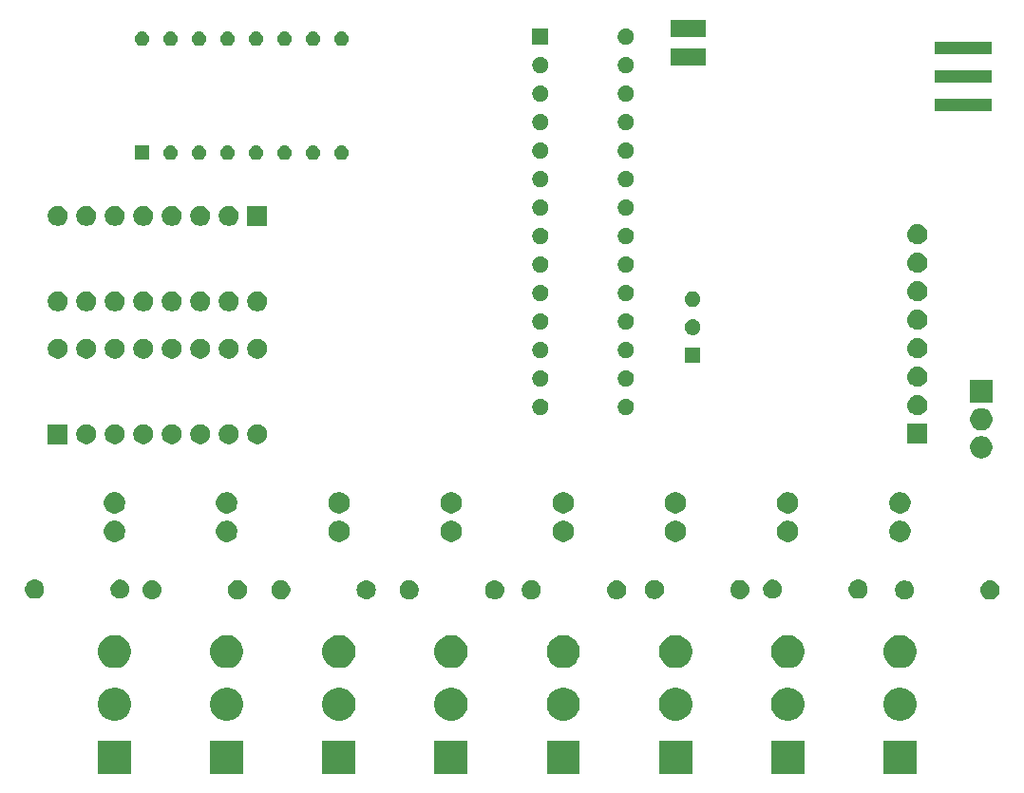
<source format=gbr>
G04 #@! TF.GenerationSoftware,KiCad,Pcbnew,(5.0.2)-1*
G04 #@! TF.CreationDate,2019-11-03T18:05:40-05:00*
G04 #@! TF.ProjectId,bin2hex,62696e32-6865-4782-9e6b-696361645f70,v01*
G04 #@! TF.SameCoordinates,Original*
G04 #@! TF.FileFunction,Soldermask,Top*
G04 #@! TF.FilePolarity,Negative*
%FSLAX46Y46*%
G04 Gerber Fmt 4.6, Leading zero omitted, Abs format (unit mm)*
G04 Created by KiCad (PCBNEW (5.0.2)-1) date 11/3/2019 6:05:40 PM*
%MOMM*%
%LPD*%
G01*
G04 APERTURE LIST*
%ADD10C,0.100000*%
G04 APERTURE END LIST*
D10*
G36*
X181475800Y-139374200D02*
X178524200Y-139374200D01*
X178524200Y-136422600D01*
X181475800Y-136422600D01*
X181475800Y-139374200D01*
X181475800Y-139374200D01*
G37*
G36*
X121475800Y-139374200D02*
X118524200Y-139374200D01*
X118524200Y-136422600D01*
X121475800Y-136422600D01*
X121475800Y-139374200D01*
X121475800Y-139374200D01*
G37*
G36*
X111475800Y-139374200D02*
X108524200Y-139374200D01*
X108524200Y-136422600D01*
X111475800Y-136422600D01*
X111475800Y-139374200D01*
X111475800Y-139374200D01*
G37*
G36*
X131475800Y-139374200D02*
X128524200Y-139374200D01*
X128524200Y-136422600D01*
X131475800Y-136422600D01*
X131475800Y-139374200D01*
X131475800Y-139374200D01*
G37*
G36*
X141475800Y-139374200D02*
X138524200Y-139374200D01*
X138524200Y-136422600D01*
X141475800Y-136422600D01*
X141475800Y-139374200D01*
X141475800Y-139374200D01*
G37*
G36*
X151475800Y-139374200D02*
X148524200Y-139374200D01*
X148524200Y-136422600D01*
X151475800Y-136422600D01*
X151475800Y-139374200D01*
X151475800Y-139374200D01*
G37*
G36*
X161475800Y-139374200D02*
X158524200Y-139374200D01*
X158524200Y-136422600D01*
X161475800Y-136422600D01*
X161475800Y-139374200D01*
X161475800Y-139374200D01*
G37*
G36*
X171475800Y-139374200D02*
X168524200Y-139374200D01*
X168524200Y-136422600D01*
X171475800Y-136422600D01*
X171475800Y-139374200D01*
X171475800Y-139374200D01*
G37*
G36*
X120430473Y-131779313D02*
X120699054Y-131890563D01*
X120940771Y-132052073D01*
X121146327Y-132257629D01*
X121307837Y-132499346D01*
X121419087Y-132767927D01*
X121475800Y-133053045D01*
X121475800Y-133343755D01*
X121419087Y-133628873D01*
X121307837Y-133897454D01*
X121146327Y-134139171D01*
X120940771Y-134344727D01*
X120699054Y-134506237D01*
X120430473Y-134617487D01*
X120145355Y-134674200D01*
X119854645Y-134674200D01*
X119569527Y-134617487D01*
X119300946Y-134506237D01*
X119059229Y-134344727D01*
X118853673Y-134139171D01*
X118692163Y-133897454D01*
X118580913Y-133628873D01*
X118524200Y-133343755D01*
X118524200Y-133053045D01*
X118580913Y-132767927D01*
X118692163Y-132499346D01*
X118853673Y-132257629D01*
X119059229Y-132052073D01*
X119300946Y-131890563D01*
X119569527Y-131779313D01*
X119854645Y-131722600D01*
X120145355Y-131722600D01*
X120430473Y-131779313D01*
X120430473Y-131779313D01*
G37*
G36*
X110430473Y-131779313D02*
X110699054Y-131890563D01*
X110940771Y-132052073D01*
X111146327Y-132257629D01*
X111307837Y-132499346D01*
X111419087Y-132767927D01*
X111475800Y-133053045D01*
X111475800Y-133343755D01*
X111419087Y-133628873D01*
X111307837Y-133897454D01*
X111146327Y-134139171D01*
X110940771Y-134344727D01*
X110699054Y-134506237D01*
X110430473Y-134617487D01*
X110145355Y-134674200D01*
X109854645Y-134674200D01*
X109569527Y-134617487D01*
X109300946Y-134506237D01*
X109059229Y-134344727D01*
X108853673Y-134139171D01*
X108692163Y-133897454D01*
X108580913Y-133628873D01*
X108524200Y-133343755D01*
X108524200Y-133053045D01*
X108580913Y-132767927D01*
X108692163Y-132499346D01*
X108853673Y-132257629D01*
X109059229Y-132052073D01*
X109300946Y-131890563D01*
X109569527Y-131779313D01*
X109854645Y-131722600D01*
X110145355Y-131722600D01*
X110430473Y-131779313D01*
X110430473Y-131779313D01*
G37*
G36*
X130430473Y-131779313D02*
X130699054Y-131890563D01*
X130940771Y-132052073D01*
X131146327Y-132257629D01*
X131307837Y-132499346D01*
X131419087Y-132767927D01*
X131475800Y-133053045D01*
X131475800Y-133343755D01*
X131419087Y-133628873D01*
X131307837Y-133897454D01*
X131146327Y-134139171D01*
X130940771Y-134344727D01*
X130699054Y-134506237D01*
X130430473Y-134617487D01*
X130145355Y-134674200D01*
X129854645Y-134674200D01*
X129569527Y-134617487D01*
X129300946Y-134506237D01*
X129059229Y-134344727D01*
X128853673Y-134139171D01*
X128692163Y-133897454D01*
X128580913Y-133628873D01*
X128524200Y-133343755D01*
X128524200Y-133053045D01*
X128580913Y-132767927D01*
X128692163Y-132499346D01*
X128853673Y-132257629D01*
X129059229Y-132052073D01*
X129300946Y-131890563D01*
X129569527Y-131779313D01*
X129854645Y-131722600D01*
X130145355Y-131722600D01*
X130430473Y-131779313D01*
X130430473Y-131779313D01*
G37*
G36*
X140430473Y-131779313D02*
X140699054Y-131890563D01*
X140940771Y-132052073D01*
X141146327Y-132257629D01*
X141307837Y-132499346D01*
X141419087Y-132767927D01*
X141475800Y-133053045D01*
X141475800Y-133343755D01*
X141419087Y-133628873D01*
X141307837Y-133897454D01*
X141146327Y-134139171D01*
X140940771Y-134344727D01*
X140699054Y-134506237D01*
X140430473Y-134617487D01*
X140145355Y-134674200D01*
X139854645Y-134674200D01*
X139569527Y-134617487D01*
X139300946Y-134506237D01*
X139059229Y-134344727D01*
X138853673Y-134139171D01*
X138692163Y-133897454D01*
X138580913Y-133628873D01*
X138524200Y-133343755D01*
X138524200Y-133053045D01*
X138580913Y-132767927D01*
X138692163Y-132499346D01*
X138853673Y-132257629D01*
X139059229Y-132052073D01*
X139300946Y-131890563D01*
X139569527Y-131779313D01*
X139854645Y-131722600D01*
X140145355Y-131722600D01*
X140430473Y-131779313D01*
X140430473Y-131779313D01*
G37*
G36*
X170430473Y-131779313D02*
X170699054Y-131890563D01*
X170940771Y-132052073D01*
X171146327Y-132257629D01*
X171307837Y-132499346D01*
X171419087Y-132767927D01*
X171475800Y-133053045D01*
X171475800Y-133343755D01*
X171419087Y-133628873D01*
X171307837Y-133897454D01*
X171146327Y-134139171D01*
X170940771Y-134344727D01*
X170699054Y-134506237D01*
X170430473Y-134617487D01*
X170145355Y-134674200D01*
X169854645Y-134674200D01*
X169569527Y-134617487D01*
X169300946Y-134506237D01*
X169059229Y-134344727D01*
X168853673Y-134139171D01*
X168692163Y-133897454D01*
X168580913Y-133628873D01*
X168524200Y-133343755D01*
X168524200Y-133053045D01*
X168580913Y-132767927D01*
X168692163Y-132499346D01*
X168853673Y-132257629D01*
X169059229Y-132052073D01*
X169300946Y-131890563D01*
X169569527Y-131779313D01*
X169854645Y-131722600D01*
X170145355Y-131722600D01*
X170430473Y-131779313D01*
X170430473Y-131779313D01*
G37*
G36*
X160430473Y-131779313D02*
X160699054Y-131890563D01*
X160940771Y-132052073D01*
X161146327Y-132257629D01*
X161307837Y-132499346D01*
X161419087Y-132767927D01*
X161475800Y-133053045D01*
X161475800Y-133343755D01*
X161419087Y-133628873D01*
X161307837Y-133897454D01*
X161146327Y-134139171D01*
X160940771Y-134344727D01*
X160699054Y-134506237D01*
X160430473Y-134617487D01*
X160145355Y-134674200D01*
X159854645Y-134674200D01*
X159569527Y-134617487D01*
X159300946Y-134506237D01*
X159059229Y-134344727D01*
X158853673Y-134139171D01*
X158692163Y-133897454D01*
X158580913Y-133628873D01*
X158524200Y-133343755D01*
X158524200Y-133053045D01*
X158580913Y-132767927D01*
X158692163Y-132499346D01*
X158853673Y-132257629D01*
X159059229Y-132052073D01*
X159300946Y-131890563D01*
X159569527Y-131779313D01*
X159854645Y-131722600D01*
X160145355Y-131722600D01*
X160430473Y-131779313D01*
X160430473Y-131779313D01*
G37*
G36*
X150430473Y-131779313D02*
X150699054Y-131890563D01*
X150940771Y-132052073D01*
X151146327Y-132257629D01*
X151307837Y-132499346D01*
X151419087Y-132767927D01*
X151475800Y-133053045D01*
X151475800Y-133343755D01*
X151419087Y-133628873D01*
X151307837Y-133897454D01*
X151146327Y-134139171D01*
X150940771Y-134344727D01*
X150699054Y-134506237D01*
X150430473Y-134617487D01*
X150145355Y-134674200D01*
X149854645Y-134674200D01*
X149569527Y-134617487D01*
X149300946Y-134506237D01*
X149059229Y-134344727D01*
X148853673Y-134139171D01*
X148692163Y-133897454D01*
X148580913Y-133628873D01*
X148524200Y-133343755D01*
X148524200Y-133053045D01*
X148580913Y-132767927D01*
X148692163Y-132499346D01*
X148853673Y-132257629D01*
X149059229Y-132052073D01*
X149300946Y-131890563D01*
X149569527Y-131779313D01*
X149854645Y-131722600D01*
X150145355Y-131722600D01*
X150430473Y-131779313D01*
X150430473Y-131779313D01*
G37*
G36*
X180430473Y-131779313D02*
X180699054Y-131890563D01*
X180940771Y-132052073D01*
X181146327Y-132257629D01*
X181307837Y-132499346D01*
X181419087Y-132767927D01*
X181475800Y-133053045D01*
X181475800Y-133343755D01*
X181419087Y-133628873D01*
X181307837Y-133897454D01*
X181146327Y-134139171D01*
X180940771Y-134344727D01*
X180699054Y-134506237D01*
X180430473Y-134617487D01*
X180145355Y-134674200D01*
X179854645Y-134674200D01*
X179569527Y-134617487D01*
X179300946Y-134506237D01*
X179059229Y-134344727D01*
X178853673Y-134139171D01*
X178692163Y-133897454D01*
X178580913Y-133628873D01*
X178524200Y-133343755D01*
X178524200Y-133053045D01*
X178580913Y-132767927D01*
X178692163Y-132499346D01*
X178853673Y-132257629D01*
X179059229Y-132052073D01*
X179300946Y-131890563D01*
X179569527Y-131779313D01*
X179854645Y-131722600D01*
X180145355Y-131722600D01*
X180430473Y-131779313D01*
X180430473Y-131779313D01*
G37*
G36*
X120430473Y-127079313D02*
X120699054Y-127190563D01*
X120940771Y-127352073D01*
X121146327Y-127557629D01*
X121307837Y-127799346D01*
X121419087Y-128067927D01*
X121475800Y-128353045D01*
X121475800Y-128643755D01*
X121419087Y-128928873D01*
X121307837Y-129197454D01*
X121146327Y-129439171D01*
X120940771Y-129644727D01*
X120699054Y-129806237D01*
X120430473Y-129917487D01*
X120145355Y-129974200D01*
X119854645Y-129974200D01*
X119569527Y-129917487D01*
X119300946Y-129806237D01*
X119059229Y-129644727D01*
X118853673Y-129439171D01*
X118692163Y-129197454D01*
X118580913Y-128928873D01*
X118524200Y-128643755D01*
X118524200Y-128353045D01*
X118580913Y-128067927D01*
X118692163Y-127799346D01*
X118853673Y-127557629D01*
X119059229Y-127352073D01*
X119300946Y-127190563D01*
X119569527Y-127079313D01*
X119854645Y-127022600D01*
X120145355Y-127022600D01*
X120430473Y-127079313D01*
X120430473Y-127079313D01*
G37*
G36*
X150430473Y-127079313D02*
X150699054Y-127190563D01*
X150940771Y-127352073D01*
X151146327Y-127557629D01*
X151307837Y-127799346D01*
X151419087Y-128067927D01*
X151475800Y-128353045D01*
X151475800Y-128643755D01*
X151419087Y-128928873D01*
X151307837Y-129197454D01*
X151146327Y-129439171D01*
X150940771Y-129644727D01*
X150699054Y-129806237D01*
X150430473Y-129917487D01*
X150145355Y-129974200D01*
X149854645Y-129974200D01*
X149569527Y-129917487D01*
X149300946Y-129806237D01*
X149059229Y-129644727D01*
X148853673Y-129439171D01*
X148692163Y-129197454D01*
X148580913Y-128928873D01*
X148524200Y-128643755D01*
X148524200Y-128353045D01*
X148580913Y-128067927D01*
X148692163Y-127799346D01*
X148853673Y-127557629D01*
X149059229Y-127352073D01*
X149300946Y-127190563D01*
X149569527Y-127079313D01*
X149854645Y-127022600D01*
X150145355Y-127022600D01*
X150430473Y-127079313D01*
X150430473Y-127079313D01*
G37*
G36*
X160430473Y-127079313D02*
X160699054Y-127190563D01*
X160940771Y-127352073D01*
X161146327Y-127557629D01*
X161307837Y-127799346D01*
X161419087Y-128067927D01*
X161475800Y-128353045D01*
X161475800Y-128643755D01*
X161419087Y-128928873D01*
X161307837Y-129197454D01*
X161146327Y-129439171D01*
X160940771Y-129644727D01*
X160699054Y-129806237D01*
X160430473Y-129917487D01*
X160145355Y-129974200D01*
X159854645Y-129974200D01*
X159569527Y-129917487D01*
X159300946Y-129806237D01*
X159059229Y-129644727D01*
X158853673Y-129439171D01*
X158692163Y-129197454D01*
X158580913Y-128928873D01*
X158524200Y-128643755D01*
X158524200Y-128353045D01*
X158580913Y-128067927D01*
X158692163Y-127799346D01*
X158853673Y-127557629D01*
X159059229Y-127352073D01*
X159300946Y-127190563D01*
X159569527Y-127079313D01*
X159854645Y-127022600D01*
X160145355Y-127022600D01*
X160430473Y-127079313D01*
X160430473Y-127079313D01*
G37*
G36*
X110430473Y-127079313D02*
X110699054Y-127190563D01*
X110940771Y-127352073D01*
X111146327Y-127557629D01*
X111307837Y-127799346D01*
X111419087Y-128067927D01*
X111475800Y-128353045D01*
X111475800Y-128643755D01*
X111419087Y-128928873D01*
X111307837Y-129197454D01*
X111146327Y-129439171D01*
X110940771Y-129644727D01*
X110699054Y-129806237D01*
X110430473Y-129917487D01*
X110145355Y-129974200D01*
X109854645Y-129974200D01*
X109569527Y-129917487D01*
X109300946Y-129806237D01*
X109059229Y-129644727D01*
X108853673Y-129439171D01*
X108692163Y-129197454D01*
X108580913Y-128928873D01*
X108524200Y-128643755D01*
X108524200Y-128353045D01*
X108580913Y-128067927D01*
X108692163Y-127799346D01*
X108853673Y-127557629D01*
X109059229Y-127352073D01*
X109300946Y-127190563D01*
X109569527Y-127079313D01*
X109854645Y-127022600D01*
X110145355Y-127022600D01*
X110430473Y-127079313D01*
X110430473Y-127079313D01*
G37*
G36*
X140430473Y-127079313D02*
X140699054Y-127190563D01*
X140940771Y-127352073D01*
X141146327Y-127557629D01*
X141307837Y-127799346D01*
X141419087Y-128067927D01*
X141475800Y-128353045D01*
X141475800Y-128643755D01*
X141419087Y-128928873D01*
X141307837Y-129197454D01*
X141146327Y-129439171D01*
X140940771Y-129644727D01*
X140699054Y-129806237D01*
X140430473Y-129917487D01*
X140145355Y-129974200D01*
X139854645Y-129974200D01*
X139569527Y-129917487D01*
X139300946Y-129806237D01*
X139059229Y-129644727D01*
X138853673Y-129439171D01*
X138692163Y-129197454D01*
X138580913Y-128928873D01*
X138524200Y-128643755D01*
X138524200Y-128353045D01*
X138580913Y-128067927D01*
X138692163Y-127799346D01*
X138853673Y-127557629D01*
X139059229Y-127352073D01*
X139300946Y-127190563D01*
X139569527Y-127079313D01*
X139854645Y-127022600D01*
X140145355Y-127022600D01*
X140430473Y-127079313D01*
X140430473Y-127079313D01*
G37*
G36*
X170430473Y-127079313D02*
X170699054Y-127190563D01*
X170940771Y-127352073D01*
X171146327Y-127557629D01*
X171307837Y-127799346D01*
X171419087Y-128067927D01*
X171475800Y-128353045D01*
X171475800Y-128643755D01*
X171419087Y-128928873D01*
X171307837Y-129197454D01*
X171146327Y-129439171D01*
X170940771Y-129644727D01*
X170699054Y-129806237D01*
X170430473Y-129917487D01*
X170145355Y-129974200D01*
X169854645Y-129974200D01*
X169569527Y-129917487D01*
X169300946Y-129806237D01*
X169059229Y-129644727D01*
X168853673Y-129439171D01*
X168692163Y-129197454D01*
X168580913Y-128928873D01*
X168524200Y-128643755D01*
X168524200Y-128353045D01*
X168580913Y-128067927D01*
X168692163Y-127799346D01*
X168853673Y-127557629D01*
X169059229Y-127352073D01*
X169300946Y-127190563D01*
X169569527Y-127079313D01*
X169854645Y-127022600D01*
X170145355Y-127022600D01*
X170430473Y-127079313D01*
X170430473Y-127079313D01*
G37*
G36*
X130430473Y-127079313D02*
X130699054Y-127190563D01*
X130940771Y-127352073D01*
X131146327Y-127557629D01*
X131307837Y-127799346D01*
X131419087Y-128067927D01*
X131475800Y-128353045D01*
X131475800Y-128643755D01*
X131419087Y-128928873D01*
X131307837Y-129197454D01*
X131146327Y-129439171D01*
X130940771Y-129644727D01*
X130699054Y-129806237D01*
X130430473Y-129917487D01*
X130145355Y-129974200D01*
X129854645Y-129974200D01*
X129569527Y-129917487D01*
X129300946Y-129806237D01*
X129059229Y-129644727D01*
X128853673Y-129439171D01*
X128692163Y-129197454D01*
X128580913Y-128928873D01*
X128524200Y-128643755D01*
X128524200Y-128353045D01*
X128580913Y-128067927D01*
X128692163Y-127799346D01*
X128853673Y-127557629D01*
X129059229Y-127352073D01*
X129300946Y-127190563D01*
X129569527Y-127079313D01*
X129854645Y-127022600D01*
X130145355Y-127022600D01*
X130430473Y-127079313D01*
X130430473Y-127079313D01*
G37*
G36*
X180430473Y-127079313D02*
X180699054Y-127190563D01*
X180940771Y-127352073D01*
X181146327Y-127557629D01*
X181307837Y-127799346D01*
X181419087Y-128067927D01*
X181475800Y-128353045D01*
X181475800Y-128643755D01*
X181419087Y-128928873D01*
X181307837Y-129197454D01*
X181146327Y-129439171D01*
X180940771Y-129644727D01*
X180699054Y-129806237D01*
X180430473Y-129917487D01*
X180145355Y-129974200D01*
X179854645Y-129974200D01*
X179569527Y-129917487D01*
X179300946Y-129806237D01*
X179059229Y-129644727D01*
X178853673Y-129439171D01*
X178692163Y-129197454D01*
X178580913Y-128928873D01*
X178524200Y-128643755D01*
X178524200Y-128353045D01*
X178580913Y-128067927D01*
X178692163Y-127799346D01*
X178853673Y-127557629D01*
X179059229Y-127352073D01*
X179300946Y-127190563D01*
X179569527Y-127079313D01*
X179854645Y-127022600D01*
X180145355Y-127022600D01*
X180430473Y-127079313D01*
X180430473Y-127079313D01*
G37*
G36*
X188202987Y-122173710D02*
X188363360Y-122222360D01*
X188363362Y-122222361D01*
X188511166Y-122301363D01*
X188640717Y-122407683D01*
X188747037Y-122537234D01*
X188819518Y-122672838D01*
X188826040Y-122685040D01*
X188874690Y-122845413D01*
X188891116Y-123012200D01*
X188874690Y-123178987D01*
X188826040Y-123339360D01*
X188826039Y-123339362D01*
X188747037Y-123487166D01*
X188640717Y-123616717D01*
X188511166Y-123723037D01*
X188363362Y-123802039D01*
X188363360Y-123802040D01*
X188202987Y-123850690D01*
X188077994Y-123863000D01*
X187994406Y-123863000D01*
X187869413Y-123850690D01*
X187709040Y-123802040D01*
X187709038Y-123802039D01*
X187561234Y-123723037D01*
X187431683Y-123616717D01*
X187325363Y-123487166D01*
X187246361Y-123339362D01*
X187246360Y-123339360D01*
X187197710Y-123178987D01*
X187181284Y-123012200D01*
X187197710Y-122845413D01*
X187246360Y-122685040D01*
X187252882Y-122672838D01*
X187325363Y-122537234D01*
X187431683Y-122407683D01*
X187561234Y-122301363D01*
X187709038Y-122222361D01*
X187709040Y-122222360D01*
X187869413Y-122173710D01*
X187994406Y-122161400D01*
X188077994Y-122161400D01*
X188202987Y-122173710D01*
X188202987Y-122173710D01*
G37*
G36*
X180664369Y-122194095D02*
X180819205Y-122258231D01*
X180958554Y-122351340D01*
X181077060Y-122469846D01*
X181170169Y-122609195D01*
X181234305Y-122764031D01*
X181267000Y-122928403D01*
X181267000Y-123095997D01*
X181234305Y-123260369D01*
X181170169Y-123415205D01*
X181077060Y-123554554D01*
X180958554Y-123673060D01*
X180819205Y-123766169D01*
X180664369Y-123830305D01*
X180499997Y-123863000D01*
X180332403Y-123863000D01*
X180168031Y-123830305D01*
X180013195Y-123766169D01*
X179873846Y-123673060D01*
X179755340Y-123554554D01*
X179662231Y-123415205D01*
X179598095Y-123260369D01*
X179565400Y-123095997D01*
X179565400Y-122928403D01*
X179598095Y-122764031D01*
X179662231Y-122609195D01*
X179755340Y-122469846D01*
X179873846Y-122351340D01*
X180013195Y-122258231D01*
X180168031Y-122194095D01*
X180332403Y-122161400D01*
X180499997Y-122161400D01*
X180664369Y-122194095D01*
X180664369Y-122194095D01*
G37*
G36*
X136498169Y-122181895D02*
X136653005Y-122246031D01*
X136792354Y-122339140D01*
X136910860Y-122457646D01*
X137003969Y-122596995D01*
X137068105Y-122751831D01*
X137100800Y-122916203D01*
X137100800Y-123083797D01*
X137068105Y-123248169D01*
X137003969Y-123403005D01*
X136910860Y-123542354D01*
X136792354Y-123660860D01*
X136653005Y-123753969D01*
X136498169Y-123818105D01*
X136333797Y-123850800D01*
X136166203Y-123850800D01*
X136001831Y-123818105D01*
X135846995Y-123753969D01*
X135707646Y-123660860D01*
X135589140Y-123542354D01*
X135496031Y-123403005D01*
X135431895Y-123248169D01*
X135399200Y-123083797D01*
X135399200Y-122916203D01*
X135431895Y-122751831D01*
X135496031Y-122596995D01*
X135589140Y-122457646D01*
X135707646Y-122339140D01*
X135846995Y-122246031D01*
X136001831Y-122181895D01*
X136166203Y-122149200D01*
X136333797Y-122149200D01*
X136498169Y-122181895D01*
X136498169Y-122181895D01*
G37*
G36*
X144036787Y-122161510D02*
X144197160Y-122210160D01*
X144197162Y-122210161D01*
X144344966Y-122289163D01*
X144474517Y-122395483D01*
X144580837Y-122525034D01*
X144659839Y-122672838D01*
X144659840Y-122672840D01*
X144708490Y-122833213D01*
X144724916Y-123000000D01*
X144708490Y-123166787D01*
X144659840Y-123327160D01*
X144659839Y-123327162D01*
X144580837Y-123474966D01*
X144474517Y-123604517D01*
X144344966Y-123710837D01*
X144197162Y-123789839D01*
X144197160Y-123789840D01*
X144036787Y-123838490D01*
X143911794Y-123850800D01*
X143828206Y-123850800D01*
X143703213Y-123838490D01*
X143542840Y-123789840D01*
X143542838Y-123789839D01*
X143395034Y-123710837D01*
X143265483Y-123604517D01*
X143159163Y-123474966D01*
X143080161Y-123327162D01*
X143080160Y-123327160D01*
X143031510Y-123166787D01*
X143015084Y-123000000D01*
X143031510Y-122833213D01*
X143080160Y-122672840D01*
X143080161Y-122672838D01*
X143159163Y-122525034D01*
X143265483Y-122395483D01*
X143395034Y-122289163D01*
X143542838Y-122210161D01*
X143542840Y-122210160D01*
X143703213Y-122161510D01*
X143828206Y-122149200D01*
X143911794Y-122149200D01*
X144036787Y-122161510D01*
X144036787Y-122161510D01*
G37*
G36*
X154928987Y-122161510D02*
X155089360Y-122210160D01*
X155089362Y-122210161D01*
X155237166Y-122289163D01*
X155366717Y-122395483D01*
X155473037Y-122525034D01*
X155552039Y-122672838D01*
X155552040Y-122672840D01*
X155600690Y-122833213D01*
X155617116Y-123000000D01*
X155600690Y-123166787D01*
X155552040Y-123327160D01*
X155552039Y-123327162D01*
X155473037Y-123474966D01*
X155366717Y-123604517D01*
X155237166Y-123710837D01*
X155089362Y-123789839D01*
X155089360Y-123789840D01*
X154928987Y-123838490D01*
X154803994Y-123850800D01*
X154720406Y-123850800D01*
X154595413Y-123838490D01*
X154435040Y-123789840D01*
X154435038Y-123789839D01*
X154287234Y-123710837D01*
X154157683Y-123604517D01*
X154051363Y-123474966D01*
X153972361Y-123327162D01*
X153972360Y-123327160D01*
X153923710Y-123166787D01*
X153907284Y-123000000D01*
X153923710Y-122833213D01*
X153972360Y-122672840D01*
X153972361Y-122672838D01*
X154051363Y-122525034D01*
X154157683Y-122395483D01*
X154287234Y-122289163D01*
X154435038Y-122210161D01*
X154435040Y-122210160D01*
X154595413Y-122161510D01*
X154720406Y-122149200D01*
X154803994Y-122149200D01*
X154928987Y-122161510D01*
X154928987Y-122161510D01*
G37*
G36*
X147390369Y-122181895D02*
X147545205Y-122246031D01*
X147684554Y-122339140D01*
X147803060Y-122457646D01*
X147896169Y-122596995D01*
X147960305Y-122751831D01*
X147993000Y-122916203D01*
X147993000Y-123083797D01*
X147960305Y-123248169D01*
X147896169Y-123403005D01*
X147803060Y-123542354D01*
X147684554Y-123660860D01*
X147545205Y-123753969D01*
X147390369Y-123818105D01*
X147225997Y-123850800D01*
X147058403Y-123850800D01*
X146894031Y-123818105D01*
X146739195Y-123753969D01*
X146599846Y-123660860D01*
X146481340Y-123542354D01*
X146388231Y-123403005D01*
X146324095Y-123248169D01*
X146291400Y-123083797D01*
X146291400Y-122916203D01*
X146324095Y-122751831D01*
X146388231Y-122596995D01*
X146481340Y-122457646D01*
X146599846Y-122339140D01*
X146739195Y-122246031D01*
X146894031Y-122181895D01*
X147058403Y-122149200D01*
X147225997Y-122149200D01*
X147390369Y-122181895D01*
X147390369Y-122181895D01*
G37*
G36*
X132602387Y-122148310D02*
X132762760Y-122196960D01*
X132762762Y-122196961D01*
X132910566Y-122275963D01*
X133040117Y-122382283D01*
X133146437Y-122511834D01*
X133225439Y-122659638D01*
X133225440Y-122659640D01*
X133274090Y-122820013D01*
X133290516Y-122986800D01*
X133274090Y-123153587D01*
X133225440Y-123313960D01*
X133225439Y-123313962D01*
X133146437Y-123461766D01*
X133040117Y-123591317D01*
X132910566Y-123697637D01*
X132762762Y-123776639D01*
X132762760Y-123776640D01*
X132602387Y-123825290D01*
X132477394Y-123837600D01*
X132393806Y-123837600D01*
X132268813Y-123825290D01*
X132108440Y-123776640D01*
X132108438Y-123776639D01*
X131960634Y-123697637D01*
X131831083Y-123591317D01*
X131724763Y-123461766D01*
X131645761Y-123313962D01*
X131645760Y-123313960D01*
X131597110Y-123153587D01*
X131580684Y-122986800D01*
X131597110Y-122820013D01*
X131645760Y-122659640D01*
X131645761Y-122659638D01*
X131724763Y-122511834D01*
X131831083Y-122382283D01*
X131960634Y-122275963D01*
X132108438Y-122196961D01*
X132108440Y-122196960D01*
X132268813Y-122148310D01*
X132393806Y-122136000D01*
X132477394Y-122136000D01*
X132602387Y-122148310D01*
X132602387Y-122148310D01*
G37*
G36*
X125063769Y-122168695D02*
X125218605Y-122232831D01*
X125357954Y-122325940D01*
X125476460Y-122444446D01*
X125569569Y-122583795D01*
X125633705Y-122738631D01*
X125666400Y-122903003D01*
X125666400Y-123070597D01*
X125633705Y-123234969D01*
X125569569Y-123389805D01*
X125476460Y-123529154D01*
X125357954Y-123647660D01*
X125218605Y-123740769D01*
X125063769Y-123804905D01*
X124899397Y-123837600D01*
X124731803Y-123837600D01*
X124567431Y-123804905D01*
X124412595Y-123740769D01*
X124273246Y-123647660D01*
X124154740Y-123529154D01*
X124061631Y-123389805D01*
X123997495Y-123234969D01*
X123964800Y-123070597D01*
X123964800Y-122903003D01*
X123997495Y-122738631D01*
X124061631Y-122583795D01*
X124154740Y-122444446D01*
X124273246Y-122325940D01*
X124412595Y-122232831D01*
X124567431Y-122168695D01*
X124731803Y-122136000D01*
X124899397Y-122136000D01*
X125063769Y-122168695D01*
X125063769Y-122168695D01*
G37*
G36*
X121202969Y-122168695D02*
X121357805Y-122232831D01*
X121497154Y-122325940D01*
X121615660Y-122444446D01*
X121708769Y-122583795D01*
X121772905Y-122738631D01*
X121805600Y-122903003D01*
X121805600Y-123070597D01*
X121772905Y-123234969D01*
X121708769Y-123389805D01*
X121615660Y-123529154D01*
X121497154Y-123647660D01*
X121357805Y-123740769D01*
X121202969Y-123804905D01*
X121038597Y-123837600D01*
X120871003Y-123837600D01*
X120706631Y-123804905D01*
X120551795Y-123740769D01*
X120412446Y-123647660D01*
X120293940Y-123529154D01*
X120200831Y-123389805D01*
X120136695Y-123234969D01*
X120104000Y-123070597D01*
X120104000Y-122903003D01*
X120136695Y-122738631D01*
X120200831Y-122583795D01*
X120293940Y-122444446D01*
X120412446Y-122325940D01*
X120551795Y-122232831D01*
X120706631Y-122168695D01*
X120871003Y-122136000D01*
X121038597Y-122136000D01*
X121202969Y-122168695D01*
X121202969Y-122168695D01*
G37*
G36*
X113501587Y-122148310D02*
X113661960Y-122196960D01*
X113661962Y-122196961D01*
X113809766Y-122275963D01*
X113939317Y-122382283D01*
X114045637Y-122511834D01*
X114124639Y-122659638D01*
X114124640Y-122659640D01*
X114173290Y-122820013D01*
X114189716Y-122986800D01*
X114173290Y-123153587D01*
X114124640Y-123313960D01*
X114124639Y-123313962D01*
X114045637Y-123461766D01*
X113939317Y-123591317D01*
X113809766Y-123697637D01*
X113661962Y-123776639D01*
X113661960Y-123776640D01*
X113501587Y-123825290D01*
X113376594Y-123837600D01*
X113293006Y-123837600D01*
X113168013Y-123825290D01*
X113007640Y-123776640D01*
X113007638Y-123776639D01*
X112859834Y-123697637D01*
X112730283Y-123591317D01*
X112623963Y-123461766D01*
X112544961Y-123313962D01*
X112544960Y-123313960D01*
X112496310Y-123153587D01*
X112479884Y-122986800D01*
X112496310Y-122820013D01*
X112544960Y-122659640D01*
X112544961Y-122659638D01*
X112623963Y-122511834D01*
X112730283Y-122382283D01*
X112859834Y-122275963D01*
X113007638Y-122196961D01*
X113007640Y-122196960D01*
X113168013Y-122148310D01*
X113293006Y-122136000D01*
X113376594Y-122136000D01*
X113501587Y-122148310D01*
X113501587Y-122148310D01*
G37*
G36*
X158363169Y-122143295D02*
X158518005Y-122207431D01*
X158657354Y-122300540D01*
X158775860Y-122419046D01*
X158868969Y-122558395D01*
X158933105Y-122713231D01*
X158965800Y-122877603D01*
X158965800Y-123045197D01*
X158933105Y-123209569D01*
X158868969Y-123364405D01*
X158775860Y-123503754D01*
X158657354Y-123622260D01*
X158518005Y-123715369D01*
X158363169Y-123779505D01*
X158198797Y-123812200D01*
X158031203Y-123812200D01*
X157866831Y-123779505D01*
X157711995Y-123715369D01*
X157572646Y-123622260D01*
X157454140Y-123503754D01*
X157361031Y-123364405D01*
X157296895Y-123209569D01*
X157264200Y-123045197D01*
X157264200Y-122877603D01*
X157296895Y-122713231D01*
X157361031Y-122558395D01*
X157454140Y-122419046D01*
X157572646Y-122300540D01*
X157711995Y-122207431D01*
X157866831Y-122143295D01*
X158031203Y-122110600D01*
X158198797Y-122110600D01*
X158363169Y-122143295D01*
X158363169Y-122143295D01*
G37*
G36*
X165901787Y-122122910D02*
X166062160Y-122171560D01*
X166062162Y-122171561D01*
X166209966Y-122250563D01*
X166339517Y-122356883D01*
X166445837Y-122486434D01*
X166511453Y-122609195D01*
X166524840Y-122634240D01*
X166573490Y-122794613D01*
X166589916Y-122961400D01*
X166573490Y-123128187D01*
X166524840Y-123288560D01*
X166524839Y-123288562D01*
X166445837Y-123436366D01*
X166339517Y-123565917D01*
X166209966Y-123672237D01*
X166081752Y-123740768D01*
X166062160Y-123751240D01*
X165901787Y-123799890D01*
X165776794Y-123812200D01*
X165693206Y-123812200D01*
X165568213Y-123799890D01*
X165407840Y-123751240D01*
X165388248Y-123740768D01*
X165260034Y-123672237D01*
X165130483Y-123565917D01*
X165024163Y-123436366D01*
X164945161Y-123288562D01*
X164945160Y-123288560D01*
X164896510Y-123128187D01*
X164880084Y-122961400D01*
X164896510Y-122794613D01*
X164945160Y-122634240D01*
X164958547Y-122609195D01*
X165024163Y-122486434D01*
X165130483Y-122356883D01*
X165260034Y-122250563D01*
X165407838Y-122171561D01*
X165407840Y-122171560D01*
X165568213Y-122122910D01*
X165693206Y-122110600D01*
X165776794Y-122110600D01*
X165901787Y-122122910D01*
X165901787Y-122122910D01*
G37*
G36*
X168904169Y-122117895D02*
X169059005Y-122182031D01*
X169198354Y-122275140D01*
X169316860Y-122393646D01*
X169409969Y-122532995D01*
X169474105Y-122687831D01*
X169506800Y-122852203D01*
X169506800Y-123019797D01*
X169474105Y-123184169D01*
X169409969Y-123339005D01*
X169316860Y-123478354D01*
X169198354Y-123596860D01*
X169059005Y-123689969D01*
X168904169Y-123754105D01*
X168739797Y-123786800D01*
X168572203Y-123786800D01*
X168407831Y-123754105D01*
X168252995Y-123689969D01*
X168113646Y-123596860D01*
X167995140Y-123478354D01*
X167902031Y-123339005D01*
X167837895Y-123184169D01*
X167805200Y-123019797D01*
X167805200Y-122852203D01*
X167837895Y-122687831D01*
X167902031Y-122532995D01*
X167995140Y-122393646D01*
X168113646Y-122275140D01*
X168252995Y-122182031D01*
X168407831Y-122117895D01*
X168572203Y-122085200D01*
X168739797Y-122085200D01*
X168904169Y-122117895D01*
X168904169Y-122117895D01*
G37*
G36*
X110738169Y-122117895D02*
X110893005Y-122182031D01*
X111032354Y-122275140D01*
X111150860Y-122393646D01*
X111243969Y-122532995D01*
X111308105Y-122687831D01*
X111340800Y-122852203D01*
X111340800Y-123019797D01*
X111308105Y-123184169D01*
X111243969Y-123339005D01*
X111150860Y-123478354D01*
X111032354Y-123596860D01*
X110893005Y-123689969D01*
X110738169Y-123754105D01*
X110573797Y-123786800D01*
X110406203Y-123786800D01*
X110241831Y-123754105D01*
X110086995Y-123689969D01*
X109947646Y-123596860D01*
X109829140Y-123478354D01*
X109736031Y-123339005D01*
X109671895Y-123184169D01*
X109639200Y-123019797D01*
X109639200Y-122852203D01*
X109671895Y-122687831D01*
X109736031Y-122532995D01*
X109829140Y-122393646D01*
X109947646Y-122275140D01*
X110086995Y-122182031D01*
X110241831Y-122117895D01*
X110406203Y-122085200D01*
X110573797Y-122085200D01*
X110738169Y-122117895D01*
X110738169Y-122117895D01*
G37*
G36*
X103036787Y-122097510D02*
X103197160Y-122146160D01*
X103197162Y-122146161D01*
X103344966Y-122225163D01*
X103474517Y-122331483D01*
X103580837Y-122461034D01*
X103621565Y-122537232D01*
X103659840Y-122608840D01*
X103708490Y-122769213D01*
X103724916Y-122936000D01*
X103708490Y-123102787D01*
X103659840Y-123263160D01*
X103659839Y-123263162D01*
X103580837Y-123410966D01*
X103474517Y-123540517D01*
X103344966Y-123646837D01*
X103225229Y-123710837D01*
X103197160Y-123725840D01*
X103036787Y-123774490D01*
X102911794Y-123786800D01*
X102828206Y-123786800D01*
X102703213Y-123774490D01*
X102542840Y-123725840D01*
X102514771Y-123710837D01*
X102395034Y-123646837D01*
X102265483Y-123540517D01*
X102159163Y-123410966D01*
X102080161Y-123263162D01*
X102080160Y-123263160D01*
X102031510Y-123102787D01*
X102015084Y-122936000D01*
X102031510Y-122769213D01*
X102080160Y-122608840D01*
X102118435Y-122537232D01*
X102159163Y-122461034D01*
X102265483Y-122331483D01*
X102395034Y-122225163D01*
X102542838Y-122146161D01*
X102542840Y-122146160D01*
X102703213Y-122097510D01*
X102828206Y-122085200D01*
X102911794Y-122085200D01*
X103036787Y-122097510D01*
X103036787Y-122097510D01*
G37*
G36*
X176442787Y-122097510D02*
X176603160Y-122146160D01*
X176603162Y-122146161D01*
X176750966Y-122225163D01*
X176880517Y-122331483D01*
X176986837Y-122461034D01*
X177027565Y-122537232D01*
X177065840Y-122608840D01*
X177114490Y-122769213D01*
X177130916Y-122936000D01*
X177114490Y-123102787D01*
X177065840Y-123263160D01*
X177065839Y-123263162D01*
X176986837Y-123410966D01*
X176880517Y-123540517D01*
X176750966Y-123646837D01*
X176631229Y-123710837D01*
X176603160Y-123725840D01*
X176442787Y-123774490D01*
X176317794Y-123786800D01*
X176234206Y-123786800D01*
X176109213Y-123774490D01*
X175948840Y-123725840D01*
X175920771Y-123710837D01*
X175801034Y-123646837D01*
X175671483Y-123540517D01*
X175565163Y-123410966D01*
X175486161Y-123263162D01*
X175486160Y-123263160D01*
X175437510Y-123102787D01*
X175421084Y-122936000D01*
X175437510Y-122769213D01*
X175486160Y-122608840D01*
X175524435Y-122537232D01*
X175565163Y-122461034D01*
X175671483Y-122331483D01*
X175801034Y-122225163D01*
X175948838Y-122146161D01*
X175948840Y-122146160D01*
X176109213Y-122097510D01*
X176234206Y-122085200D01*
X176317794Y-122085200D01*
X176442787Y-122097510D01*
X176442787Y-122097510D01*
G37*
G36*
X170277338Y-116855738D02*
X170450373Y-116927412D01*
X170606100Y-117031465D01*
X170738535Y-117163900D01*
X170842588Y-117319627D01*
X170914262Y-117492662D01*
X170950800Y-117676354D01*
X170950800Y-117863646D01*
X170914262Y-118047338D01*
X170842588Y-118220373D01*
X170738535Y-118376100D01*
X170606100Y-118508535D01*
X170450373Y-118612588D01*
X170277338Y-118684262D01*
X170093646Y-118720800D01*
X169906354Y-118720800D01*
X169722662Y-118684262D01*
X169549627Y-118612588D01*
X169393900Y-118508535D01*
X169261465Y-118376100D01*
X169157412Y-118220373D01*
X169085738Y-118047338D01*
X169049200Y-117863646D01*
X169049200Y-117676354D01*
X169085738Y-117492662D01*
X169157412Y-117319627D01*
X169261465Y-117163900D01*
X169393900Y-117031465D01*
X169549627Y-116927412D01*
X169722662Y-116855738D01*
X169906354Y-116819200D01*
X170093646Y-116819200D01*
X170277338Y-116855738D01*
X170277338Y-116855738D01*
G37*
G36*
X180277338Y-116855738D02*
X180450373Y-116927412D01*
X180606100Y-117031465D01*
X180738535Y-117163900D01*
X180842588Y-117319627D01*
X180914262Y-117492662D01*
X180950800Y-117676354D01*
X180950800Y-117863646D01*
X180914262Y-118047338D01*
X180842588Y-118220373D01*
X180738535Y-118376100D01*
X180606100Y-118508535D01*
X180450373Y-118612588D01*
X180277338Y-118684262D01*
X180093646Y-118720800D01*
X179906354Y-118720800D01*
X179722662Y-118684262D01*
X179549627Y-118612588D01*
X179393900Y-118508535D01*
X179261465Y-118376100D01*
X179157412Y-118220373D01*
X179085738Y-118047338D01*
X179049200Y-117863646D01*
X179049200Y-117676354D01*
X179085738Y-117492662D01*
X179157412Y-117319627D01*
X179261465Y-117163900D01*
X179393900Y-117031465D01*
X179549627Y-116927412D01*
X179722662Y-116855738D01*
X179906354Y-116819200D01*
X180093646Y-116819200D01*
X180277338Y-116855738D01*
X180277338Y-116855738D01*
G37*
G36*
X160277338Y-116855738D02*
X160450373Y-116927412D01*
X160606100Y-117031465D01*
X160738535Y-117163900D01*
X160842588Y-117319627D01*
X160914262Y-117492662D01*
X160950800Y-117676354D01*
X160950800Y-117863646D01*
X160914262Y-118047338D01*
X160842588Y-118220373D01*
X160738535Y-118376100D01*
X160606100Y-118508535D01*
X160450373Y-118612588D01*
X160277338Y-118684262D01*
X160093646Y-118720800D01*
X159906354Y-118720800D01*
X159722662Y-118684262D01*
X159549627Y-118612588D01*
X159393900Y-118508535D01*
X159261465Y-118376100D01*
X159157412Y-118220373D01*
X159085738Y-118047338D01*
X159049200Y-117863646D01*
X159049200Y-117676354D01*
X159085738Y-117492662D01*
X159157412Y-117319627D01*
X159261465Y-117163900D01*
X159393900Y-117031465D01*
X159549627Y-116927412D01*
X159722662Y-116855738D01*
X159906354Y-116819200D01*
X160093646Y-116819200D01*
X160277338Y-116855738D01*
X160277338Y-116855738D01*
G37*
G36*
X150277338Y-116855738D02*
X150450373Y-116927412D01*
X150606100Y-117031465D01*
X150738535Y-117163900D01*
X150842588Y-117319627D01*
X150914262Y-117492662D01*
X150950800Y-117676354D01*
X150950800Y-117863646D01*
X150914262Y-118047338D01*
X150842588Y-118220373D01*
X150738535Y-118376100D01*
X150606100Y-118508535D01*
X150450373Y-118612588D01*
X150277338Y-118684262D01*
X150093646Y-118720800D01*
X149906354Y-118720800D01*
X149722662Y-118684262D01*
X149549627Y-118612588D01*
X149393900Y-118508535D01*
X149261465Y-118376100D01*
X149157412Y-118220373D01*
X149085738Y-118047338D01*
X149049200Y-117863646D01*
X149049200Y-117676354D01*
X149085738Y-117492662D01*
X149157412Y-117319627D01*
X149261465Y-117163900D01*
X149393900Y-117031465D01*
X149549627Y-116927412D01*
X149722662Y-116855738D01*
X149906354Y-116819200D01*
X150093646Y-116819200D01*
X150277338Y-116855738D01*
X150277338Y-116855738D01*
G37*
G36*
X140277338Y-116855738D02*
X140450373Y-116927412D01*
X140606100Y-117031465D01*
X140738535Y-117163900D01*
X140842588Y-117319627D01*
X140914262Y-117492662D01*
X140950800Y-117676354D01*
X140950800Y-117863646D01*
X140914262Y-118047338D01*
X140842588Y-118220373D01*
X140738535Y-118376100D01*
X140606100Y-118508535D01*
X140450373Y-118612588D01*
X140277338Y-118684262D01*
X140093646Y-118720800D01*
X139906354Y-118720800D01*
X139722662Y-118684262D01*
X139549627Y-118612588D01*
X139393900Y-118508535D01*
X139261465Y-118376100D01*
X139157412Y-118220373D01*
X139085738Y-118047338D01*
X139049200Y-117863646D01*
X139049200Y-117676354D01*
X139085738Y-117492662D01*
X139157412Y-117319627D01*
X139261465Y-117163900D01*
X139393900Y-117031465D01*
X139549627Y-116927412D01*
X139722662Y-116855738D01*
X139906354Y-116819200D01*
X140093646Y-116819200D01*
X140277338Y-116855738D01*
X140277338Y-116855738D01*
G37*
G36*
X130277338Y-116855738D02*
X130450373Y-116927412D01*
X130606100Y-117031465D01*
X130738535Y-117163900D01*
X130842588Y-117319627D01*
X130914262Y-117492662D01*
X130950800Y-117676354D01*
X130950800Y-117863646D01*
X130914262Y-118047338D01*
X130842588Y-118220373D01*
X130738535Y-118376100D01*
X130606100Y-118508535D01*
X130450373Y-118612588D01*
X130277338Y-118684262D01*
X130093646Y-118720800D01*
X129906354Y-118720800D01*
X129722662Y-118684262D01*
X129549627Y-118612588D01*
X129393900Y-118508535D01*
X129261465Y-118376100D01*
X129157412Y-118220373D01*
X129085738Y-118047338D01*
X129049200Y-117863646D01*
X129049200Y-117676354D01*
X129085738Y-117492662D01*
X129157412Y-117319627D01*
X129261465Y-117163900D01*
X129393900Y-117031465D01*
X129549627Y-116927412D01*
X129722662Y-116855738D01*
X129906354Y-116819200D01*
X130093646Y-116819200D01*
X130277338Y-116855738D01*
X130277338Y-116855738D01*
G37*
G36*
X120277338Y-116855738D02*
X120450373Y-116927412D01*
X120606100Y-117031465D01*
X120738535Y-117163900D01*
X120842588Y-117319627D01*
X120914262Y-117492662D01*
X120950800Y-117676354D01*
X120950800Y-117863646D01*
X120914262Y-118047338D01*
X120842588Y-118220373D01*
X120738535Y-118376100D01*
X120606100Y-118508535D01*
X120450373Y-118612588D01*
X120277338Y-118684262D01*
X120093646Y-118720800D01*
X119906354Y-118720800D01*
X119722662Y-118684262D01*
X119549627Y-118612588D01*
X119393900Y-118508535D01*
X119261465Y-118376100D01*
X119157412Y-118220373D01*
X119085738Y-118047338D01*
X119049200Y-117863646D01*
X119049200Y-117676354D01*
X119085738Y-117492662D01*
X119157412Y-117319627D01*
X119261465Y-117163900D01*
X119393900Y-117031465D01*
X119549627Y-116927412D01*
X119722662Y-116855738D01*
X119906354Y-116819200D01*
X120093646Y-116819200D01*
X120277338Y-116855738D01*
X120277338Y-116855738D01*
G37*
G36*
X110277338Y-116855738D02*
X110450373Y-116927412D01*
X110606100Y-117031465D01*
X110738535Y-117163900D01*
X110842588Y-117319627D01*
X110914262Y-117492662D01*
X110950800Y-117676354D01*
X110950800Y-117863646D01*
X110914262Y-118047338D01*
X110842588Y-118220373D01*
X110738535Y-118376100D01*
X110606100Y-118508535D01*
X110450373Y-118612588D01*
X110277338Y-118684262D01*
X110093646Y-118720800D01*
X109906354Y-118720800D01*
X109722662Y-118684262D01*
X109549627Y-118612588D01*
X109393900Y-118508535D01*
X109261465Y-118376100D01*
X109157412Y-118220373D01*
X109085738Y-118047338D01*
X109049200Y-117863646D01*
X109049200Y-117676354D01*
X109085738Y-117492662D01*
X109157412Y-117319627D01*
X109261465Y-117163900D01*
X109393900Y-117031465D01*
X109549627Y-116927412D01*
X109722662Y-116855738D01*
X109906354Y-116819200D01*
X110093646Y-116819200D01*
X110277338Y-116855738D01*
X110277338Y-116855738D01*
G37*
G36*
X170277338Y-114315738D02*
X170450373Y-114387412D01*
X170606100Y-114491465D01*
X170738535Y-114623900D01*
X170842588Y-114779627D01*
X170914262Y-114952662D01*
X170950800Y-115136354D01*
X170950800Y-115323646D01*
X170914262Y-115507338D01*
X170842588Y-115680373D01*
X170738535Y-115836100D01*
X170606100Y-115968535D01*
X170450373Y-116072588D01*
X170277338Y-116144262D01*
X170093646Y-116180800D01*
X169906354Y-116180800D01*
X169722662Y-116144262D01*
X169549627Y-116072588D01*
X169393900Y-115968535D01*
X169261465Y-115836100D01*
X169157412Y-115680373D01*
X169085738Y-115507338D01*
X169049200Y-115323646D01*
X169049200Y-115136354D01*
X169085738Y-114952662D01*
X169157412Y-114779627D01*
X169261465Y-114623900D01*
X169393900Y-114491465D01*
X169549627Y-114387412D01*
X169722662Y-114315738D01*
X169906354Y-114279200D01*
X170093646Y-114279200D01*
X170277338Y-114315738D01*
X170277338Y-114315738D01*
G37*
G36*
X120277338Y-114315738D02*
X120450373Y-114387412D01*
X120606100Y-114491465D01*
X120738535Y-114623900D01*
X120842588Y-114779627D01*
X120914262Y-114952662D01*
X120950800Y-115136354D01*
X120950800Y-115323646D01*
X120914262Y-115507338D01*
X120842588Y-115680373D01*
X120738535Y-115836100D01*
X120606100Y-115968535D01*
X120450373Y-116072588D01*
X120277338Y-116144262D01*
X120093646Y-116180800D01*
X119906354Y-116180800D01*
X119722662Y-116144262D01*
X119549627Y-116072588D01*
X119393900Y-115968535D01*
X119261465Y-115836100D01*
X119157412Y-115680373D01*
X119085738Y-115507338D01*
X119049200Y-115323646D01*
X119049200Y-115136354D01*
X119085738Y-114952662D01*
X119157412Y-114779627D01*
X119261465Y-114623900D01*
X119393900Y-114491465D01*
X119549627Y-114387412D01*
X119722662Y-114315738D01*
X119906354Y-114279200D01*
X120093646Y-114279200D01*
X120277338Y-114315738D01*
X120277338Y-114315738D01*
G37*
G36*
X110277338Y-114315738D02*
X110450373Y-114387412D01*
X110606100Y-114491465D01*
X110738535Y-114623900D01*
X110842588Y-114779627D01*
X110914262Y-114952662D01*
X110950800Y-115136354D01*
X110950800Y-115323646D01*
X110914262Y-115507338D01*
X110842588Y-115680373D01*
X110738535Y-115836100D01*
X110606100Y-115968535D01*
X110450373Y-116072588D01*
X110277338Y-116144262D01*
X110093646Y-116180800D01*
X109906354Y-116180800D01*
X109722662Y-116144262D01*
X109549627Y-116072588D01*
X109393900Y-115968535D01*
X109261465Y-115836100D01*
X109157412Y-115680373D01*
X109085738Y-115507338D01*
X109049200Y-115323646D01*
X109049200Y-115136354D01*
X109085738Y-114952662D01*
X109157412Y-114779627D01*
X109261465Y-114623900D01*
X109393900Y-114491465D01*
X109549627Y-114387412D01*
X109722662Y-114315738D01*
X109906354Y-114279200D01*
X110093646Y-114279200D01*
X110277338Y-114315738D01*
X110277338Y-114315738D01*
G37*
G36*
X130277338Y-114315738D02*
X130450373Y-114387412D01*
X130606100Y-114491465D01*
X130738535Y-114623900D01*
X130842588Y-114779627D01*
X130914262Y-114952662D01*
X130950800Y-115136354D01*
X130950800Y-115323646D01*
X130914262Y-115507338D01*
X130842588Y-115680373D01*
X130738535Y-115836100D01*
X130606100Y-115968535D01*
X130450373Y-116072588D01*
X130277338Y-116144262D01*
X130093646Y-116180800D01*
X129906354Y-116180800D01*
X129722662Y-116144262D01*
X129549627Y-116072588D01*
X129393900Y-115968535D01*
X129261465Y-115836100D01*
X129157412Y-115680373D01*
X129085738Y-115507338D01*
X129049200Y-115323646D01*
X129049200Y-115136354D01*
X129085738Y-114952662D01*
X129157412Y-114779627D01*
X129261465Y-114623900D01*
X129393900Y-114491465D01*
X129549627Y-114387412D01*
X129722662Y-114315738D01*
X129906354Y-114279200D01*
X130093646Y-114279200D01*
X130277338Y-114315738D01*
X130277338Y-114315738D01*
G37*
G36*
X140277338Y-114315738D02*
X140450373Y-114387412D01*
X140606100Y-114491465D01*
X140738535Y-114623900D01*
X140842588Y-114779627D01*
X140914262Y-114952662D01*
X140950800Y-115136354D01*
X140950800Y-115323646D01*
X140914262Y-115507338D01*
X140842588Y-115680373D01*
X140738535Y-115836100D01*
X140606100Y-115968535D01*
X140450373Y-116072588D01*
X140277338Y-116144262D01*
X140093646Y-116180800D01*
X139906354Y-116180800D01*
X139722662Y-116144262D01*
X139549627Y-116072588D01*
X139393900Y-115968535D01*
X139261465Y-115836100D01*
X139157412Y-115680373D01*
X139085738Y-115507338D01*
X139049200Y-115323646D01*
X139049200Y-115136354D01*
X139085738Y-114952662D01*
X139157412Y-114779627D01*
X139261465Y-114623900D01*
X139393900Y-114491465D01*
X139549627Y-114387412D01*
X139722662Y-114315738D01*
X139906354Y-114279200D01*
X140093646Y-114279200D01*
X140277338Y-114315738D01*
X140277338Y-114315738D01*
G37*
G36*
X150277338Y-114315738D02*
X150450373Y-114387412D01*
X150606100Y-114491465D01*
X150738535Y-114623900D01*
X150842588Y-114779627D01*
X150914262Y-114952662D01*
X150950800Y-115136354D01*
X150950800Y-115323646D01*
X150914262Y-115507338D01*
X150842588Y-115680373D01*
X150738535Y-115836100D01*
X150606100Y-115968535D01*
X150450373Y-116072588D01*
X150277338Y-116144262D01*
X150093646Y-116180800D01*
X149906354Y-116180800D01*
X149722662Y-116144262D01*
X149549627Y-116072588D01*
X149393900Y-115968535D01*
X149261465Y-115836100D01*
X149157412Y-115680373D01*
X149085738Y-115507338D01*
X149049200Y-115323646D01*
X149049200Y-115136354D01*
X149085738Y-114952662D01*
X149157412Y-114779627D01*
X149261465Y-114623900D01*
X149393900Y-114491465D01*
X149549627Y-114387412D01*
X149722662Y-114315738D01*
X149906354Y-114279200D01*
X150093646Y-114279200D01*
X150277338Y-114315738D01*
X150277338Y-114315738D01*
G37*
G36*
X160277338Y-114315738D02*
X160450373Y-114387412D01*
X160606100Y-114491465D01*
X160738535Y-114623900D01*
X160842588Y-114779627D01*
X160914262Y-114952662D01*
X160950800Y-115136354D01*
X160950800Y-115323646D01*
X160914262Y-115507338D01*
X160842588Y-115680373D01*
X160738535Y-115836100D01*
X160606100Y-115968535D01*
X160450373Y-116072588D01*
X160277338Y-116144262D01*
X160093646Y-116180800D01*
X159906354Y-116180800D01*
X159722662Y-116144262D01*
X159549627Y-116072588D01*
X159393900Y-115968535D01*
X159261465Y-115836100D01*
X159157412Y-115680373D01*
X159085738Y-115507338D01*
X159049200Y-115323646D01*
X159049200Y-115136354D01*
X159085738Y-114952662D01*
X159157412Y-114779627D01*
X159261465Y-114623900D01*
X159393900Y-114491465D01*
X159549627Y-114387412D01*
X159722662Y-114315738D01*
X159906354Y-114279200D01*
X160093646Y-114279200D01*
X160277338Y-114315738D01*
X160277338Y-114315738D01*
G37*
G36*
X180277338Y-114315738D02*
X180450373Y-114387412D01*
X180606100Y-114491465D01*
X180738535Y-114623900D01*
X180842588Y-114779627D01*
X180914262Y-114952662D01*
X180950800Y-115136354D01*
X180950800Y-115323646D01*
X180914262Y-115507338D01*
X180842588Y-115680373D01*
X180738535Y-115836100D01*
X180606100Y-115968535D01*
X180450373Y-116072588D01*
X180277338Y-116144262D01*
X180093646Y-116180800D01*
X179906354Y-116180800D01*
X179722662Y-116144262D01*
X179549627Y-116072588D01*
X179393900Y-115968535D01*
X179261465Y-115836100D01*
X179157412Y-115680373D01*
X179085738Y-115507338D01*
X179049200Y-115323646D01*
X179049200Y-115136354D01*
X179085738Y-114952662D01*
X179157412Y-114779627D01*
X179261465Y-114623900D01*
X179393900Y-114491465D01*
X179549627Y-114387412D01*
X179722662Y-114315738D01*
X179906354Y-114279200D01*
X180093646Y-114279200D01*
X180277338Y-114315738D01*
X180277338Y-114315738D01*
G37*
G36*
X187540722Y-109320660D02*
X187722855Y-109396102D01*
X187722856Y-109396103D01*
X187886773Y-109505628D01*
X188026172Y-109645027D01*
X188052950Y-109685104D01*
X188135698Y-109808945D01*
X188211140Y-109991078D01*
X188249600Y-110184428D01*
X188249600Y-110381572D01*
X188211140Y-110574922D01*
X188135698Y-110757055D01*
X188135697Y-110757056D01*
X188026172Y-110920973D01*
X187886773Y-111060372D01*
X187777495Y-111133389D01*
X187722855Y-111169898D01*
X187540722Y-111245340D01*
X187347372Y-111283800D01*
X187150228Y-111283800D01*
X186956878Y-111245340D01*
X186774745Y-111169898D01*
X186720105Y-111133389D01*
X186610827Y-111060372D01*
X186471428Y-110920973D01*
X186361903Y-110757056D01*
X186361902Y-110757055D01*
X186286460Y-110574922D01*
X186248000Y-110381572D01*
X186248000Y-110184428D01*
X186286460Y-109991078D01*
X186361902Y-109808945D01*
X186444650Y-109685104D01*
X186471428Y-109645027D01*
X186610827Y-109505628D01*
X186774744Y-109396103D01*
X186774745Y-109396102D01*
X186956878Y-109320660D01*
X187150228Y-109282200D01*
X187347372Y-109282200D01*
X187540722Y-109320660D01*
X187540722Y-109320660D01*
G37*
G36*
X120426712Y-108263564D02*
X120588498Y-108330578D01*
X120734107Y-108427871D01*
X120857929Y-108551693D01*
X120955222Y-108697302D01*
X121022236Y-108859088D01*
X121056400Y-109030841D01*
X121056400Y-109205959D01*
X121022236Y-109377712D01*
X120955222Y-109539498D01*
X120857929Y-109685107D01*
X120734107Y-109808929D01*
X120588498Y-109906222D01*
X120438387Y-109968400D01*
X120426712Y-109973236D01*
X120254959Y-110007400D01*
X120079841Y-110007400D01*
X119908088Y-109973236D01*
X119896413Y-109968400D01*
X119746302Y-109906222D01*
X119600693Y-109808929D01*
X119476871Y-109685107D01*
X119379578Y-109539498D01*
X119312564Y-109377712D01*
X119278400Y-109205959D01*
X119278400Y-109030841D01*
X119312564Y-108859088D01*
X119379578Y-108697302D01*
X119476871Y-108551693D01*
X119600693Y-108427871D01*
X119746302Y-108330578D01*
X119908088Y-108263564D01*
X120079841Y-108229400D01*
X120254959Y-108229400D01*
X120426712Y-108263564D01*
X120426712Y-108263564D01*
G37*
G36*
X122966712Y-108263564D02*
X123128498Y-108330578D01*
X123274107Y-108427871D01*
X123397929Y-108551693D01*
X123495222Y-108697302D01*
X123562236Y-108859088D01*
X123596400Y-109030841D01*
X123596400Y-109205959D01*
X123562236Y-109377712D01*
X123495222Y-109539498D01*
X123397929Y-109685107D01*
X123274107Y-109808929D01*
X123128498Y-109906222D01*
X122966712Y-109973236D01*
X122794959Y-110007400D01*
X122619841Y-110007400D01*
X122448088Y-109973236D01*
X122286302Y-109906222D01*
X122140693Y-109808929D01*
X122016871Y-109685107D01*
X121919578Y-109539498D01*
X121852564Y-109377712D01*
X121818400Y-109205959D01*
X121818400Y-109030841D01*
X121852564Y-108859088D01*
X121919578Y-108697302D01*
X122016871Y-108551693D01*
X122140693Y-108427871D01*
X122286302Y-108330578D01*
X122448088Y-108263564D01*
X122619841Y-108229400D01*
X122794959Y-108229400D01*
X122966712Y-108263564D01*
X122966712Y-108263564D01*
G37*
G36*
X117886712Y-108263564D02*
X118048498Y-108330578D01*
X118194107Y-108427871D01*
X118317929Y-108551693D01*
X118415222Y-108697302D01*
X118482236Y-108859088D01*
X118516400Y-109030841D01*
X118516400Y-109205959D01*
X118482236Y-109377712D01*
X118415222Y-109539498D01*
X118317929Y-109685107D01*
X118194107Y-109808929D01*
X118048498Y-109906222D01*
X117886712Y-109973236D01*
X117714959Y-110007400D01*
X117539841Y-110007400D01*
X117368088Y-109973236D01*
X117206302Y-109906222D01*
X117060693Y-109808929D01*
X116936871Y-109685107D01*
X116839578Y-109539498D01*
X116772564Y-109377712D01*
X116738400Y-109205959D01*
X116738400Y-109030841D01*
X116772564Y-108859088D01*
X116839578Y-108697302D01*
X116936871Y-108551693D01*
X117060693Y-108427871D01*
X117206302Y-108330578D01*
X117368088Y-108263564D01*
X117539841Y-108229400D01*
X117714959Y-108229400D01*
X117886712Y-108263564D01*
X117886712Y-108263564D01*
G37*
G36*
X115346712Y-108263564D02*
X115508498Y-108330578D01*
X115654107Y-108427871D01*
X115777929Y-108551693D01*
X115875222Y-108697302D01*
X115942236Y-108859088D01*
X115976400Y-109030841D01*
X115976400Y-109205959D01*
X115942236Y-109377712D01*
X115875222Y-109539498D01*
X115777929Y-109685107D01*
X115654107Y-109808929D01*
X115508498Y-109906222D01*
X115346712Y-109973236D01*
X115174959Y-110007400D01*
X114999841Y-110007400D01*
X114828088Y-109973236D01*
X114666302Y-109906222D01*
X114520693Y-109808929D01*
X114396871Y-109685107D01*
X114299578Y-109539498D01*
X114232564Y-109377712D01*
X114198400Y-109205959D01*
X114198400Y-109030841D01*
X114232564Y-108859088D01*
X114299578Y-108697302D01*
X114396871Y-108551693D01*
X114520693Y-108427871D01*
X114666302Y-108330578D01*
X114828088Y-108263564D01*
X114999841Y-108229400D01*
X115174959Y-108229400D01*
X115346712Y-108263564D01*
X115346712Y-108263564D01*
G37*
G36*
X105816400Y-110007400D02*
X104038400Y-110007400D01*
X104038400Y-108229400D01*
X105816400Y-108229400D01*
X105816400Y-110007400D01*
X105816400Y-110007400D01*
G37*
G36*
X107726712Y-108263564D02*
X107888498Y-108330578D01*
X108034107Y-108427871D01*
X108157929Y-108551693D01*
X108255222Y-108697302D01*
X108322236Y-108859088D01*
X108356400Y-109030841D01*
X108356400Y-109205959D01*
X108322236Y-109377712D01*
X108255222Y-109539498D01*
X108157929Y-109685107D01*
X108034107Y-109808929D01*
X107888498Y-109906222D01*
X107726712Y-109973236D01*
X107554959Y-110007400D01*
X107379841Y-110007400D01*
X107208088Y-109973236D01*
X107046302Y-109906222D01*
X106900693Y-109808929D01*
X106776871Y-109685107D01*
X106679578Y-109539498D01*
X106612564Y-109377712D01*
X106578400Y-109205959D01*
X106578400Y-109030841D01*
X106612564Y-108859088D01*
X106679578Y-108697302D01*
X106776871Y-108551693D01*
X106900693Y-108427871D01*
X107046302Y-108330578D01*
X107208088Y-108263564D01*
X107379841Y-108229400D01*
X107554959Y-108229400D01*
X107726712Y-108263564D01*
X107726712Y-108263564D01*
G37*
G36*
X110266712Y-108263564D02*
X110428498Y-108330578D01*
X110574107Y-108427871D01*
X110697929Y-108551693D01*
X110795222Y-108697302D01*
X110862236Y-108859088D01*
X110896400Y-109030841D01*
X110896400Y-109205959D01*
X110862236Y-109377712D01*
X110795222Y-109539498D01*
X110697929Y-109685107D01*
X110574107Y-109808929D01*
X110428498Y-109906222D01*
X110266712Y-109973236D01*
X110094959Y-110007400D01*
X109919841Y-110007400D01*
X109748088Y-109973236D01*
X109586302Y-109906222D01*
X109440693Y-109808929D01*
X109316871Y-109685107D01*
X109219578Y-109539498D01*
X109152564Y-109377712D01*
X109118400Y-109205959D01*
X109118400Y-109030841D01*
X109152564Y-108859088D01*
X109219578Y-108697302D01*
X109316871Y-108551693D01*
X109440693Y-108427871D01*
X109586302Y-108330578D01*
X109748088Y-108263564D01*
X109919841Y-108229400D01*
X110094959Y-108229400D01*
X110266712Y-108263564D01*
X110266712Y-108263564D01*
G37*
G36*
X112806712Y-108263564D02*
X112968498Y-108330578D01*
X113114107Y-108427871D01*
X113237929Y-108551693D01*
X113335222Y-108697302D01*
X113402236Y-108859088D01*
X113436400Y-109030841D01*
X113436400Y-109205959D01*
X113402236Y-109377712D01*
X113335222Y-109539498D01*
X113237929Y-109685107D01*
X113114107Y-109808929D01*
X112968498Y-109906222D01*
X112806712Y-109973236D01*
X112634959Y-110007400D01*
X112459841Y-110007400D01*
X112288088Y-109973236D01*
X112126302Y-109906222D01*
X111980693Y-109808929D01*
X111856871Y-109685107D01*
X111759578Y-109539498D01*
X111692564Y-109377712D01*
X111658400Y-109205959D01*
X111658400Y-109030841D01*
X111692564Y-108859088D01*
X111759578Y-108697302D01*
X111856871Y-108551693D01*
X111980693Y-108427871D01*
X112126302Y-108330578D01*
X112288088Y-108263564D01*
X112459841Y-108229400D01*
X112634959Y-108229400D01*
X112806712Y-108263564D01*
X112806712Y-108263564D01*
G37*
G36*
X182460000Y-109968400D02*
X180658400Y-109968400D01*
X180658400Y-108166800D01*
X182460000Y-108166800D01*
X182460000Y-109968400D01*
X182460000Y-109968400D01*
G37*
G36*
X187540722Y-106820660D02*
X187722855Y-106896102D01*
X187722856Y-106896103D01*
X187886773Y-107005628D01*
X188026172Y-107145027D01*
X188041283Y-107167643D01*
X188135698Y-107308945D01*
X188211140Y-107491078D01*
X188249600Y-107684428D01*
X188249600Y-107881572D01*
X188211140Y-108074922D01*
X188135698Y-108257055D01*
X188135697Y-108257056D01*
X188026172Y-108420973D01*
X187886773Y-108560372D01*
X187777495Y-108633389D01*
X187722855Y-108669898D01*
X187540722Y-108745340D01*
X187347372Y-108783800D01*
X187150228Y-108783800D01*
X186956878Y-108745340D01*
X186774745Y-108669898D01*
X186720105Y-108633389D01*
X186610827Y-108560372D01*
X186471428Y-108420973D01*
X186361903Y-108257056D01*
X186361902Y-108257055D01*
X186286460Y-108074922D01*
X186248000Y-107881572D01*
X186248000Y-107684428D01*
X186286460Y-107491078D01*
X186361902Y-107308945D01*
X186456317Y-107167643D01*
X186471428Y-107145027D01*
X186610827Y-107005628D01*
X186774744Y-106896103D01*
X186774745Y-106896102D01*
X186956878Y-106820660D01*
X187150228Y-106782200D01*
X187347372Y-106782200D01*
X187540722Y-106820660D01*
X187540722Y-106820660D01*
G37*
G36*
X181647562Y-105631145D02*
X181735788Y-105639834D01*
X181848989Y-105674173D01*
X181905590Y-105691343D01*
X182044180Y-105765422D01*
X182062079Y-105774989D01*
X182097809Y-105804312D01*
X182199244Y-105887556D01*
X182253936Y-105954200D01*
X182311811Y-106024721D01*
X182311812Y-106024723D01*
X182395457Y-106181210D01*
X182406413Y-106217329D01*
X182446966Y-106351012D01*
X182464358Y-106527600D01*
X182446966Y-106704188D01*
X182432618Y-106751485D01*
X182395457Y-106873990D01*
X182383637Y-106896103D01*
X182311811Y-107030479D01*
X182282488Y-107066209D01*
X182199244Y-107167644D01*
X182106490Y-107243764D01*
X182062079Y-107280211D01*
X182062077Y-107280212D01*
X181905590Y-107363857D01*
X181859266Y-107377909D01*
X181735788Y-107415366D01*
X181647562Y-107424055D01*
X181603450Y-107428400D01*
X181514950Y-107428400D01*
X181470838Y-107424055D01*
X181382612Y-107415366D01*
X181259134Y-107377909D01*
X181212810Y-107363857D01*
X181056323Y-107280212D01*
X181056321Y-107280211D01*
X181011910Y-107243764D01*
X180919156Y-107167644D01*
X180835912Y-107066209D01*
X180806589Y-107030479D01*
X180734763Y-106896103D01*
X180722943Y-106873990D01*
X180685782Y-106751485D01*
X180671434Y-106704188D01*
X180654042Y-106527600D01*
X180671434Y-106351012D01*
X180711987Y-106217329D01*
X180722943Y-106181210D01*
X180806588Y-106024723D01*
X180806589Y-106024721D01*
X180864464Y-105954200D01*
X180919156Y-105887556D01*
X181020591Y-105804312D01*
X181056321Y-105774989D01*
X181074220Y-105765422D01*
X181212810Y-105691343D01*
X181269411Y-105674173D01*
X181382612Y-105639834D01*
X181470838Y-105631145D01*
X181514950Y-105626800D01*
X181603450Y-105626800D01*
X181647562Y-105631145D01*
X181647562Y-105631145D01*
G37*
G36*
X155786705Y-105982091D02*
X155786707Y-105982092D01*
X155786708Y-105982092D01*
X155918795Y-106036804D01*
X155918796Y-106036805D01*
X156037674Y-106116236D01*
X156138764Y-106217326D01*
X156138766Y-106217329D01*
X156218196Y-106336205D01*
X156224329Y-106351012D01*
X156272909Y-106468295D01*
X156300800Y-106608513D01*
X156300800Y-106751487D01*
X156276433Y-106873990D01*
X156272908Y-106891708D01*
X156218196Y-107023795D01*
X156218195Y-107023796D01*
X156138764Y-107142674D01*
X156037674Y-107243764D01*
X156037671Y-107243766D01*
X155918795Y-107323196D01*
X155786708Y-107377908D01*
X155786707Y-107377908D01*
X155786705Y-107377909D01*
X155646487Y-107405800D01*
X155503513Y-107405800D01*
X155363295Y-107377909D01*
X155363293Y-107377908D01*
X155363292Y-107377908D01*
X155231205Y-107323196D01*
X155112329Y-107243766D01*
X155112326Y-107243764D01*
X155011236Y-107142674D01*
X154931805Y-107023796D01*
X154931804Y-107023795D01*
X154877092Y-106891708D01*
X154873568Y-106873990D01*
X154849200Y-106751487D01*
X154849200Y-106608513D01*
X154877091Y-106468295D01*
X154925671Y-106351012D01*
X154931804Y-106336205D01*
X155011234Y-106217329D01*
X155011236Y-106217326D01*
X155112326Y-106116236D01*
X155231204Y-106036805D01*
X155231205Y-106036804D01*
X155363292Y-105982092D01*
X155363293Y-105982092D01*
X155363295Y-105982091D01*
X155503513Y-105954200D01*
X155646487Y-105954200D01*
X155786705Y-105982091D01*
X155786705Y-105982091D01*
G37*
G36*
X148166705Y-105982091D02*
X148166707Y-105982092D01*
X148166708Y-105982092D01*
X148298795Y-106036804D01*
X148298796Y-106036805D01*
X148417674Y-106116236D01*
X148518764Y-106217326D01*
X148518766Y-106217329D01*
X148598196Y-106336205D01*
X148604329Y-106351012D01*
X148652909Y-106468295D01*
X148680800Y-106608513D01*
X148680800Y-106751487D01*
X148656433Y-106873990D01*
X148652908Y-106891708D01*
X148598196Y-107023795D01*
X148598195Y-107023796D01*
X148518764Y-107142674D01*
X148417674Y-107243764D01*
X148417671Y-107243766D01*
X148298795Y-107323196D01*
X148166708Y-107377908D01*
X148166707Y-107377908D01*
X148166705Y-107377909D01*
X148026487Y-107405800D01*
X147883513Y-107405800D01*
X147743295Y-107377909D01*
X147743293Y-107377908D01*
X147743292Y-107377908D01*
X147611205Y-107323196D01*
X147492329Y-107243766D01*
X147492326Y-107243764D01*
X147391236Y-107142674D01*
X147311805Y-107023796D01*
X147311804Y-107023795D01*
X147257092Y-106891708D01*
X147253568Y-106873990D01*
X147229200Y-106751487D01*
X147229200Y-106608513D01*
X147257091Y-106468295D01*
X147305671Y-106351012D01*
X147311804Y-106336205D01*
X147391234Y-106217329D01*
X147391236Y-106217326D01*
X147492326Y-106116236D01*
X147611204Y-106036805D01*
X147611205Y-106036804D01*
X147743292Y-105982092D01*
X147743293Y-105982092D01*
X147743295Y-105982091D01*
X147883513Y-105954200D01*
X148026487Y-105954200D01*
X148166705Y-105982091D01*
X148166705Y-105982091D01*
G37*
G36*
X188249600Y-106283800D02*
X186248000Y-106283800D01*
X186248000Y-104282200D01*
X188249600Y-104282200D01*
X188249600Y-106283800D01*
X188249600Y-106283800D01*
G37*
G36*
X181647562Y-103091145D02*
X181735788Y-103099834D01*
X181848989Y-103134173D01*
X181905590Y-103151343D01*
X182044180Y-103225422D01*
X182062079Y-103234989D01*
X182097809Y-103264312D01*
X182199244Y-103347556D01*
X182253936Y-103414200D01*
X182311811Y-103484721D01*
X182311812Y-103484723D01*
X182395457Y-103641210D01*
X182406413Y-103677329D01*
X182446966Y-103811012D01*
X182464358Y-103987600D01*
X182446966Y-104164188D01*
X182432618Y-104211485D01*
X182395457Y-104333990D01*
X182385988Y-104351705D01*
X182311811Y-104490479D01*
X182282488Y-104526209D01*
X182199244Y-104627644D01*
X182106490Y-104703764D01*
X182062079Y-104740211D01*
X182062077Y-104740212D01*
X181905590Y-104823857D01*
X181859266Y-104837909D01*
X181735788Y-104875366D01*
X181647562Y-104884055D01*
X181603450Y-104888400D01*
X181514950Y-104888400D01*
X181470838Y-104884055D01*
X181382612Y-104875366D01*
X181259134Y-104837909D01*
X181212810Y-104823857D01*
X181056323Y-104740212D01*
X181056321Y-104740211D01*
X181011910Y-104703764D01*
X180919156Y-104627644D01*
X180835912Y-104526209D01*
X180806589Y-104490479D01*
X180732412Y-104351705D01*
X180722943Y-104333990D01*
X180685782Y-104211485D01*
X180671434Y-104164188D01*
X180654042Y-103987600D01*
X180671434Y-103811012D01*
X180711987Y-103677329D01*
X180722943Y-103641210D01*
X180806588Y-103484723D01*
X180806589Y-103484721D01*
X180864464Y-103414200D01*
X180919156Y-103347556D01*
X181020591Y-103264312D01*
X181056321Y-103234989D01*
X181074220Y-103225422D01*
X181212810Y-103151343D01*
X181269411Y-103134173D01*
X181382612Y-103099834D01*
X181470838Y-103091145D01*
X181514950Y-103086800D01*
X181603450Y-103086800D01*
X181647562Y-103091145D01*
X181647562Y-103091145D01*
G37*
G36*
X148166705Y-103442091D02*
X148166707Y-103442092D01*
X148166708Y-103442092D01*
X148298795Y-103496804D01*
X148298796Y-103496805D01*
X148417674Y-103576236D01*
X148518764Y-103677326D01*
X148518766Y-103677329D01*
X148598196Y-103796205D01*
X148604329Y-103811012D01*
X148652909Y-103928295D01*
X148680800Y-104068513D01*
X148680800Y-104211487D01*
X148656433Y-104333990D01*
X148652908Y-104351708D01*
X148598196Y-104483795D01*
X148598195Y-104483796D01*
X148518764Y-104602674D01*
X148417674Y-104703764D01*
X148417671Y-104703766D01*
X148298795Y-104783196D01*
X148166708Y-104837908D01*
X148166707Y-104837908D01*
X148166705Y-104837909D01*
X148026487Y-104865800D01*
X147883513Y-104865800D01*
X147743295Y-104837909D01*
X147743293Y-104837908D01*
X147743292Y-104837908D01*
X147611205Y-104783196D01*
X147492329Y-104703766D01*
X147492326Y-104703764D01*
X147391236Y-104602674D01*
X147311805Y-104483796D01*
X147311804Y-104483795D01*
X147257092Y-104351708D01*
X147253568Y-104333990D01*
X147229200Y-104211487D01*
X147229200Y-104068513D01*
X147257091Y-103928295D01*
X147305671Y-103811012D01*
X147311804Y-103796205D01*
X147391234Y-103677329D01*
X147391236Y-103677326D01*
X147492326Y-103576236D01*
X147611204Y-103496805D01*
X147611205Y-103496804D01*
X147743292Y-103442092D01*
X147743293Y-103442092D01*
X147743295Y-103442091D01*
X147883513Y-103414200D01*
X148026487Y-103414200D01*
X148166705Y-103442091D01*
X148166705Y-103442091D01*
G37*
G36*
X155786705Y-103442091D02*
X155786707Y-103442092D01*
X155786708Y-103442092D01*
X155918795Y-103496804D01*
X155918796Y-103496805D01*
X156037674Y-103576236D01*
X156138764Y-103677326D01*
X156138766Y-103677329D01*
X156218196Y-103796205D01*
X156224329Y-103811012D01*
X156272909Y-103928295D01*
X156300800Y-104068513D01*
X156300800Y-104211487D01*
X156276433Y-104333990D01*
X156272908Y-104351708D01*
X156218196Y-104483795D01*
X156218195Y-104483796D01*
X156138764Y-104602674D01*
X156037674Y-104703764D01*
X156037671Y-104703766D01*
X155918795Y-104783196D01*
X155786708Y-104837908D01*
X155786707Y-104837908D01*
X155786705Y-104837909D01*
X155646487Y-104865800D01*
X155503513Y-104865800D01*
X155363295Y-104837909D01*
X155363293Y-104837908D01*
X155363292Y-104837908D01*
X155231205Y-104783196D01*
X155112329Y-104703766D01*
X155112326Y-104703764D01*
X155011236Y-104602674D01*
X154931805Y-104483796D01*
X154931804Y-104483795D01*
X154877092Y-104351708D01*
X154873568Y-104333990D01*
X154849200Y-104211487D01*
X154849200Y-104068513D01*
X154877091Y-103928295D01*
X154925671Y-103811012D01*
X154931804Y-103796205D01*
X155011234Y-103677329D01*
X155011236Y-103677326D01*
X155112326Y-103576236D01*
X155231204Y-103496805D01*
X155231205Y-103496804D01*
X155363292Y-103442092D01*
X155363293Y-103442092D01*
X155363295Y-103442091D01*
X155503513Y-103414200D01*
X155646487Y-103414200D01*
X155786705Y-103442091D01*
X155786705Y-103442091D01*
G37*
G36*
X162223400Y-102772800D02*
X160813800Y-102772800D01*
X160813800Y-101363200D01*
X162223400Y-101363200D01*
X162223400Y-102772800D01*
X162223400Y-102772800D01*
G37*
G36*
X115346712Y-100643564D02*
X115508498Y-100710578D01*
X115654107Y-100807871D01*
X115777929Y-100931693D01*
X115875222Y-101077302D01*
X115942236Y-101239088D01*
X115976400Y-101410841D01*
X115976400Y-101585959D01*
X115942236Y-101757712D01*
X115875222Y-101919498D01*
X115777929Y-102065107D01*
X115654107Y-102188929D01*
X115508498Y-102286222D01*
X115346712Y-102353236D01*
X115174959Y-102387400D01*
X114999841Y-102387400D01*
X114828088Y-102353236D01*
X114666302Y-102286222D01*
X114520693Y-102188929D01*
X114396871Y-102065107D01*
X114299578Y-101919498D01*
X114232564Y-101757712D01*
X114198400Y-101585959D01*
X114198400Y-101410841D01*
X114232564Y-101239088D01*
X114299578Y-101077302D01*
X114396871Y-100931693D01*
X114520693Y-100807871D01*
X114666302Y-100710578D01*
X114828088Y-100643564D01*
X114999841Y-100609400D01*
X115174959Y-100609400D01*
X115346712Y-100643564D01*
X115346712Y-100643564D01*
G37*
G36*
X120426712Y-100643564D02*
X120588498Y-100710578D01*
X120734107Y-100807871D01*
X120857929Y-100931693D01*
X120955222Y-101077302D01*
X121022236Y-101239088D01*
X121056400Y-101410841D01*
X121056400Y-101585959D01*
X121022236Y-101757712D01*
X120955222Y-101919498D01*
X120857929Y-102065107D01*
X120734107Y-102188929D01*
X120588498Y-102286222D01*
X120492948Y-102325800D01*
X120426712Y-102353236D01*
X120254959Y-102387400D01*
X120079841Y-102387400D01*
X119908088Y-102353236D01*
X119841852Y-102325800D01*
X119746302Y-102286222D01*
X119600693Y-102188929D01*
X119476871Y-102065107D01*
X119379578Y-101919498D01*
X119312564Y-101757712D01*
X119278400Y-101585959D01*
X119278400Y-101410841D01*
X119312564Y-101239088D01*
X119379578Y-101077302D01*
X119476871Y-100931693D01*
X119600693Y-100807871D01*
X119746302Y-100710578D01*
X119908088Y-100643564D01*
X120079841Y-100609400D01*
X120254959Y-100609400D01*
X120426712Y-100643564D01*
X120426712Y-100643564D01*
G37*
G36*
X122966712Y-100643564D02*
X123128498Y-100710578D01*
X123274107Y-100807871D01*
X123397929Y-100931693D01*
X123495222Y-101077302D01*
X123562236Y-101239088D01*
X123596400Y-101410841D01*
X123596400Y-101585959D01*
X123562236Y-101757712D01*
X123495222Y-101919498D01*
X123397929Y-102065107D01*
X123274107Y-102188929D01*
X123128498Y-102286222D01*
X123032948Y-102325800D01*
X122966712Y-102353236D01*
X122794959Y-102387400D01*
X122619841Y-102387400D01*
X122448088Y-102353236D01*
X122381852Y-102325800D01*
X122286302Y-102286222D01*
X122140693Y-102188929D01*
X122016871Y-102065107D01*
X121919578Y-101919498D01*
X121852564Y-101757712D01*
X121818400Y-101585959D01*
X121818400Y-101410841D01*
X121852564Y-101239088D01*
X121919578Y-101077302D01*
X122016871Y-100931693D01*
X122140693Y-100807871D01*
X122286302Y-100710578D01*
X122448088Y-100643564D01*
X122619841Y-100609400D01*
X122794959Y-100609400D01*
X122966712Y-100643564D01*
X122966712Y-100643564D01*
G37*
G36*
X107726712Y-100643564D02*
X107888498Y-100710578D01*
X108034107Y-100807871D01*
X108157929Y-100931693D01*
X108255222Y-101077302D01*
X108322236Y-101239088D01*
X108356400Y-101410841D01*
X108356400Y-101585959D01*
X108322236Y-101757712D01*
X108255222Y-101919498D01*
X108157929Y-102065107D01*
X108034107Y-102188929D01*
X107888498Y-102286222D01*
X107726712Y-102353236D01*
X107554959Y-102387400D01*
X107379841Y-102387400D01*
X107208088Y-102353236D01*
X107046302Y-102286222D01*
X106900693Y-102188929D01*
X106776871Y-102065107D01*
X106679578Y-101919498D01*
X106612564Y-101757712D01*
X106578400Y-101585959D01*
X106578400Y-101410841D01*
X106612564Y-101239088D01*
X106679578Y-101077302D01*
X106776871Y-100931693D01*
X106900693Y-100807871D01*
X107046302Y-100710578D01*
X107208088Y-100643564D01*
X107379841Y-100609400D01*
X107554959Y-100609400D01*
X107726712Y-100643564D01*
X107726712Y-100643564D01*
G37*
G36*
X105186712Y-100643564D02*
X105348498Y-100710578D01*
X105494107Y-100807871D01*
X105617929Y-100931693D01*
X105715222Y-101077302D01*
X105782236Y-101239088D01*
X105816400Y-101410841D01*
X105816400Y-101585959D01*
X105782236Y-101757712D01*
X105715222Y-101919498D01*
X105617929Y-102065107D01*
X105494107Y-102188929D01*
X105348498Y-102286222D01*
X105186712Y-102353236D01*
X105014959Y-102387400D01*
X104839841Y-102387400D01*
X104668088Y-102353236D01*
X104506302Y-102286222D01*
X104360693Y-102188929D01*
X104236871Y-102065107D01*
X104139578Y-101919498D01*
X104072564Y-101757712D01*
X104038400Y-101585959D01*
X104038400Y-101410841D01*
X104072564Y-101239088D01*
X104139578Y-101077302D01*
X104236871Y-100931693D01*
X104360693Y-100807871D01*
X104506302Y-100710578D01*
X104668088Y-100643564D01*
X104839841Y-100609400D01*
X105014959Y-100609400D01*
X105186712Y-100643564D01*
X105186712Y-100643564D01*
G37*
G36*
X110266712Y-100643564D02*
X110428498Y-100710578D01*
X110574107Y-100807871D01*
X110697929Y-100931693D01*
X110795222Y-101077302D01*
X110862236Y-101239088D01*
X110896400Y-101410841D01*
X110896400Y-101585959D01*
X110862236Y-101757712D01*
X110795222Y-101919498D01*
X110697929Y-102065107D01*
X110574107Y-102188929D01*
X110428498Y-102286222D01*
X110332948Y-102325800D01*
X110266712Y-102353236D01*
X110094959Y-102387400D01*
X109919841Y-102387400D01*
X109748088Y-102353236D01*
X109681852Y-102325800D01*
X109586302Y-102286222D01*
X109440693Y-102188929D01*
X109316871Y-102065107D01*
X109219578Y-101919498D01*
X109152564Y-101757712D01*
X109118400Y-101585959D01*
X109118400Y-101410841D01*
X109152564Y-101239088D01*
X109219578Y-101077302D01*
X109316871Y-100931693D01*
X109440693Y-100807871D01*
X109586302Y-100710578D01*
X109748088Y-100643564D01*
X109919841Y-100609400D01*
X110094959Y-100609400D01*
X110266712Y-100643564D01*
X110266712Y-100643564D01*
G37*
G36*
X112806712Y-100643564D02*
X112968498Y-100710578D01*
X113114107Y-100807871D01*
X113237929Y-100931693D01*
X113335222Y-101077302D01*
X113402236Y-101239088D01*
X113436400Y-101410841D01*
X113436400Y-101585959D01*
X113402236Y-101757712D01*
X113335222Y-101919498D01*
X113237929Y-102065107D01*
X113114107Y-102188929D01*
X112968498Y-102286222D01*
X112872948Y-102325800D01*
X112806712Y-102353236D01*
X112634959Y-102387400D01*
X112459841Y-102387400D01*
X112288088Y-102353236D01*
X112221852Y-102325800D01*
X112126302Y-102286222D01*
X111980693Y-102188929D01*
X111856871Y-102065107D01*
X111759578Y-101919498D01*
X111692564Y-101757712D01*
X111658400Y-101585959D01*
X111658400Y-101410841D01*
X111692564Y-101239088D01*
X111759578Y-101077302D01*
X111856871Y-100931693D01*
X111980693Y-100807871D01*
X112126302Y-100710578D01*
X112288088Y-100643564D01*
X112459841Y-100609400D01*
X112634959Y-100609400D01*
X112806712Y-100643564D01*
X112806712Y-100643564D01*
G37*
G36*
X117886712Y-100643564D02*
X118048498Y-100710578D01*
X118194107Y-100807871D01*
X118317929Y-100931693D01*
X118415222Y-101077302D01*
X118482236Y-101239088D01*
X118516400Y-101410841D01*
X118516400Y-101585959D01*
X118482236Y-101757712D01*
X118415222Y-101919498D01*
X118317929Y-102065107D01*
X118194107Y-102188929D01*
X118048498Y-102286222D01*
X117886712Y-102353236D01*
X117714959Y-102387400D01*
X117539841Y-102387400D01*
X117368088Y-102353236D01*
X117206302Y-102286222D01*
X117060693Y-102188929D01*
X116936871Y-102065107D01*
X116839578Y-101919498D01*
X116772564Y-101757712D01*
X116738400Y-101585959D01*
X116738400Y-101410841D01*
X116772564Y-101239088D01*
X116839578Y-101077302D01*
X116936871Y-100931693D01*
X117060693Y-100807871D01*
X117206302Y-100710578D01*
X117368088Y-100643564D01*
X117539841Y-100609400D01*
X117714959Y-100609400D01*
X117886712Y-100643564D01*
X117886712Y-100643564D01*
G37*
G36*
X181647562Y-100551145D02*
X181735788Y-100559834D01*
X181848989Y-100594173D01*
X181905590Y-100611343D01*
X182044180Y-100685422D01*
X182062079Y-100694989D01*
X182081074Y-100710578D01*
X182199244Y-100807556D01*
X182253936Y-100874200D01*
X182311811Y-100944721D01*
X182311812Y-100944723D01*
X182395457Y-101101210D01*
X182406413Y-101137329D01*
X182446966Y-101271012D01*
X182464358Y-101447600D01*
X182446966Y-101624188D01*
X182432618Y-101671485D01*
X182395457Y-101793990D01*
X182385988Y-101811705D01*
X182311811Y-101950479D01*
X182282488Y-101986209D01*
X182199244Y-102087644D01*
X182106490Y-102163764D01*
X182062079Y-102200211D01*
X182062077Y-102200212D01*
X181905590Y-102283857D01*
X181859266Y-102297909D01*
X181735788Y-102335366D01*
X181647562Y-102344055D01*
X181603450Y-102348400D01*
X181514950Y-102348400D01*
X181470838Y-102344055D01*
X181382612Y-102335366D01*
X181259134Y-102297909D01*
X181212810Y-102283857D01*
X181056323Y-102200212D01*
X181056321Y-102200211D01*
X181011910Y-102163764D01*
X180919156Y-102087644D01*
X180835912Y-101986209D01*
X180806589Y-101950479D01*
X180732412Y-101811705D01*
X180722943Y-101793990D01*
X180685782Y-101671485D01*
X180671434Y-101624188D01*
X180654042Y-101447600D01*
X180671434Y-101271012D01*
X180711987Y-101137329D01*
X180722943Y-101101210D01*
X180806588Y-100944723D01*
X180806589Y-100944721D01*
X180864464Y-100874200D01*
X180919156Y-100807556D01*
X181037326Y-100710578D01*
X181056321Y-100694989D01*
X181074220Y-100685422D01*
X181212810Y-100611343D01*
X181269411Y-100594173D01*
X181382612Y-100559834D01*
X181470838Y-100551145D01*
X181514950Y-100546800D01*
X181603450Y-100546800D01*
X181647562Y-100551145D01*
X181647562Y-100551145D01*
G37*
G36*
X148166705Y-100902091D02*
X148166707Y-100902092D01*
X148166708Y-100902092D01*
X148298795Y-100956804D01*
X148298796Y-100956805D01*
X148417674Y-101036236D01*
X148518764Y-101137326D01*
X148518766Y-101137329D01*
X148598196Y-101256205D01*
X148652908Y-101388292D01*
X148652909Y-101388295D01*
X148680800Y-101528513D01*
X148680800Y-101671487D01*
X148656433Y-101793990D01*
X148652908Y-101811708D01*
X148598196Y-101943795D01*
X148598195Y-101943796D01*
X148518764Y-102062674D01*
X148417674Y-102163764D01*
X148417671Y-102163766D01*
X148298795Y-102243196D01*
X148166708Y-102297908D01*
X148166707Y-102297908D01*
X148166705Y-102297909D01*
X148026487Y-102325800D01*
X147883513Y-102325800D01*
X147743295Y-102297909D01*
X147743293Y-102297908D01*
X147743292Y-102297908D01*
X147611205Y-102243196D01*
X147492329Y-102163766D01*
X147492326Y-102163764D01*
X147391236Y-102062674D01*
X147311805Y-101943796D01*
X147311804Y-101943795D01*
X147257092Y-101811708D01*
X147253568Y-101793990D01*
X147229200Y-101671487D01*
X147229200Y-101528513D01*
X147257091Y-101388295D01*
X147257092Y-101388292D01*
X147311804Y-101256205D01*
X147391234Y-101137329D01*
X147391236Y-101137326D01*
X147492326Y-101036236D01*
X147611204Y-100956805D01*
X147611205Y-100956804D01*
X147743292Y-100902092D01*
X147743293Y-100902092D01*
X147743295Y-100902091D01*
X147883513Y-100874200D01*
X148026487Y-100874200D01*
X148166705Y-100902091D01*
X148166705Y-100902091D01*
G37*
G36*
X155786705Y-100902091D02*
X155786707Y-100902092D01*
X155786708Y-100902092D01*
X155918795Y-100956804D01*
X155918796Y-100956805D01*
X156037674Y-101036236D01*
X156138764Y-101137326D01*
X156138766Y-101137329D01*
X156218196Y-101256205D01*
X156272908Y-101388292D01*
X156272909Y-101388295D01*
X156300800Y-101528513D01*
X156300800Y-101671487D01*
X156276433Y-101793990D01*
X156272908Y-101811708D01*
X156218196Y-101943795D01*
X156218195Y-101943796D01*
X156138764Y-102062674D01*
X156037674Y-102163764D01*
X156037671Y-102163766D01*
X155918795Y-102243196D01*
X155786708Y-102297908D01*
X155786707Y-102297908D01*
X155786705Y-102297909D01*
X155646487Y-102325800D01*
X155503513Y-102325800D01*
X155363295Y-102297909D01*
X155363293Y-102297908D01*
X155363292Y-102297908D01*
X155231205Y-102243196D01*
X155112329Y-102163766D01*
X155112326Y-102163764D01*
X155011236Y-102062674D01*
X154931805Y-101943796D01*
X154931804Y-101943795D01*
X154877092Y-101811708D01*
X154873568Y-101793990D01*
X154849200Y-101671487D01*
X154849200Y-101528513D01*
X154877091Y-101388295D01*
X154877092Y-101388292D01*
X154931804Y-101256205D01*
X155011234Y-101137329D01*
X155011236Y-101137326D01*
X155112326Y-101036236D01*
X155231204Y-100956805D01*
X155231205Y-100956804D01*
X155363292Y-100902092D01*
X155363293Y-100902092D01*
X155363295Y-100902091D01*
X155503513Y-100874200D01*
X155646487Y-100874200D01*
X155786705Y-100902091D01*
X155786705Y-100902091D01*
G37*
G36*
X161656100Y-98876743D02*
X161724183Y-98890285D01*
X161761751Y-98905846D01*
X161852448Y-98943414D01*
X161967887Y-99020548D01*
X162066052Y-99118713D01*
X162143186Y-99234152D01*
X162180754Y-99324849D01*
X162196315Y-99362417D01*
X162204546Y-99403796D01*
X162223400Y-99498582D01*
X162223400Y-99637418D01*
X162196315Y-99773582D01*
X162143186Y-99901848D01*
X162066052Y-100017287D01*
X161967887Y-100115452D01*
X161852448Y-100192586D01*
X161761751Y-100230154D01*
X161724183Y-100245715D01*
X161656100Y-100259257D01*
X161588018Y-100272800D01*
X161449182Y-100272800D01*
X161381100Y-100259257D01*
X161313017Y-100245715D01*
X161275449Y-100230154D01*
X161184752Y-100192586D01*
X161069313Y-100115452D01*
X160971148Y-100017287D01*
X160894014Y-99901848D01*
X160840885Y-99773582D01*
X160813800Y-99637418D01*
X160813800Y-99498582D01*
X160832654Y-99403796D01*
X160840885Y-99362417D01*
X160856446Y-99324849D01*
X160894014Y-99234152D01*
X160971148Y-99118713D01*
X161069313Y-99020548D01*
X161184752Y-98943414D01*
X161275449Y-98905846D01*
X161313017Y-98890285D01*
X161381100Y-98876743D01*
X161449182Y-98863200D01*
X161588018Y-98863200D01*
X161656100Y-98876743D01*
X161656100Y-98876743D01*
G37*
G36*
X181647562Y-98011145D02*
X181735788Y-98019834D01*
X181848989Y-98054173D01*
X181905590Y-98071343D01*
X182028117Y-98136836D01*
X182062079Y-98154989D01*
X182081588Y-98171000D01*
X182199244Y-98267556D01*
X182253936Y-98334200D01*
X182311811Y-98404721D01*
X182311812Y-98404723D01*
X182395457Y-98561210D01*
X182406413Y-98597329D01*
X182446966Y-98731012D01*
X182464358Y-98907600D01*
X182446966Y-99084188D01*
X182436492Y-99118716D01*
X182395457Y-99253990D01*
X182385988Y-99271705D01*
X182311811Y-99410479D01*
X182282488Y-99446209D01*
X182199244Y-99547644D01*
X182106490Y-99623764D01*
X182062079Y-99660211D01*
X182062077Y-99660212D01*
X181905590Y-99743857D01*
X181859266Y-99757909D01*
X181735788Y-99795366D01*
X181647562Y-99804055D01*
X181603450Y-99808400D01*
X181514950Y-99808400D01*
X181470838Y-99804055D01*
X181382612Y-99795366D01*
X181259134Y-99757909D01*
X181212810Y-99743857D01*
X181056323Y-99660212D01*
X181056321Y-99660211D01*
X181011910Y-99623764D01*
X180919156Y-99547644D01*
X180835912Y-99446209D01*
X180806589Y-99410479D01*
X180732412Y-99271705D01*
X180722943Y-99253990D01*
X180681908Y-99118716D01*
X180671434Y-99084188D01*
X180654042Y-98907600D01*
X180671434Y-98731012D01*
X180711987Y-98597329D01*
X180722943Y-98561210D01*
X180806588Y-98404723D01*
X180806589Y-98404721D01*
X180864464Y-98334200D01*
X180919156Y-98267556D01*
X181036812Y-98171000D01*
X181056321Y-98154989D01*
X181090283Y-98136836D01*
X181212810Y-98071343D01*
X181269411Y-98054173D01*
X181382612Y-98019834D01*
X181470838Y-98011145D01*
X181514950Y-98006800D01*
X181603450Y-98006800D01*
X181647562Y-98011145D01*
X181647562Y-98011145D01*
G37*
G36*
X155786705Y-98362091D02*
X155786707Y-98362092D01*
X155786708Y-98362092D01*
X155918795Y-98416804D01*
X155918796Y-98416805D01*
X156037674Y-98496236D01*
X156138764Y-98597326D01*
X156138766Y-98597329D01*
X156218196Y-98716205D01*
X156224329Y-98731012D01*
X156272909Y-98848295D01*
X156300800Y-98988513D01*
X156300800Y-99131487D01*
X156276433Y-99253990D01*
X156272908Y-99271708D01*
X156218196Y-99403795D01*
X156218195Y-99403796D01*
X156138764Y-99522674D01*
X156037674Y-99623764D01*
X156037671Y-99623766D01*
X155918795Y-99703196D01*
X155786708Y-99757908D01*
X155786707Y-99757908D01*
X155786705Y-99757909D01*
X155646487Y-99785800D01*
X155503513Y-99785800D01*
X155363295Y-99757909D01*
X155363293Y-99757908D01*
X155363292Y-99757908D01*
X155231205Y-99703196D01*
X155112329Y-99623766D01*
X155112326Y-99623764D01*
X155011236Y-99522674D01*
X154931805Y-99403796D01*
X154931804Y-99403795D01*
X154877092Y-99271708D01*
X154873568Y-99253990D01*
X154849200Y-99131487D01*
X154849200Y-98988513D01*
X154877091Y-98848295D01*
X154925671Y-98731012D01*
X154931804Y-98716205D01*
X155011234Y-98597329D01*
X155011236Y-98597326D01*
X155112326Y-98496236D01*
X155231204Y-98416805D01*
X155231205Y-98416804D01*
X155363292Y-98362092D01*
X155363293Y-98362092D01*
X155363295Y-98362091D01*
X155503513Y-98334200D01*
X155646487Y-98334200D01*
X155786705Y-98362091D01*
X155786705Y-98362091D01*
G37*
G36*
X148166705Y-98362091D02*
X148166707Y-98362092D01*
X148166708Y-98362092D01*
X148298795Y-98416804D01*
X148298796Y-98416805D01*
X148417674Y-98496236D01*
X148518764Y-98597326D01*
X148518766Y-98597329D01*
X148598196Y-98716205D01*
X148604329Y-98731012D01*
X148652909Y-98848295D01*
X148680800Y-98988513D01*
X148680800Y-99131487D01*
X148656433Y-99253990D01*
X148652908Y-99271708D01*
X148598196Y-99403795D01*
X148598195Y-99403796D01*
X148518764Y-99522674D01*
X148417674Y-99623764D01*
X148417671Y-99623766D01*
X148298795Y-99703196D01*
X148166708Y-99757908D01*
X148166707Y-99757908D01*
X148166705Y-99757909D01*
X148026487Y-99785800D01*
X147883513Y-99785800D01*
X147743295Y-99757909D01*
X147743293Y-99757908D01*
X147743292Y-99757908D01*
X147611205Y-99703196D01*
X147492329Y-99623766D01*
X147492326Y-99623764D01*
X147391236Y-99522674D01*
X147311805Y-99403796D01*
X147311804Y-99403795D01*
X147257092Y-99271708D01*
X147253568Y-99253990D01*
X147229200Y-99131487D01*
X147229200Y-98988513D01*
X147257091Y-98848295D01*
X147305671Y-98731012D01*
X147311804Y-98716205D01*
X147391234Y-98597329D01*
X147391236Y-98597326D01*
X147492326Y-98496236D01*
X147611204Y-98416805D01*
X147611205Y-98416804D01*
X147743292Y-98362092D01*
X147743293Y-98362092D01*
X147743295Y-98362091D01*
X147883513Y-98334200D01*
X148026487Y-98334200D01*
X148166705Y-98362091D01*
X148166705Y-98362091D01*
G37*
G36*
X110266712Y-96427164D02*
X110428498Y-96494178D01*
X110574107Y-96591471D01*
X110697929Y-96715293D01*
X110795222Y-96860902D01*
X110862236Y-97022688D01*
X110896400Y-97194441D01*
X110896400Y-97369559D01*
X110862236Y-97541312D01*
X110795222Y-97703098D01*
X110697929Y-97848707D01*
X110574107Y-97972529D01*
X110428498Y-98069822D01*
X110266712Y-98136836D01*
X110094959Y-98171000D01*
X109919841Y-98171000D01*
X109748088Y-98136836D01*
X109586302Y-98069822D01*
X109440693Y-97972529D01*
X109316871Y-97848707D01*
X109219578Y-97703098D01*
X109152564Y-97541312D01*
X109118400Y-97369559D01*
X109118400Y-97194441D01*
X109152564Y-97022688D01*
X109219578Y-96860902D01*
X109316871Y-96715293D01*
X109440693Y-96591471D01*
X109586302Y-96494178D01*
X109748088Y-96427164D01*
X109919841Y-96393000D01*
X110094959Y-96393000D01*
X110266712Y-96427164D01*
X110266712Y-96427164D01*
G37*
G36*
X105186712Y-96427164D02*
X105348498Y-96494178D01*
X105494107Y-96591471D01*
X105617929Y-96715293D01*
X105715222Y-96860902D01*
X105782236Y-97022688D01*
X105816400Y-97194441D01*
X105816400Y-97369559D01*
X105782236Y-97541312D01*
X105715222Y-97703098D01*
X105617929Y-97848707D01*
X105494107Y-97972529D01*
X105348498Y-98069822D01*
X105186712Y-98136836D01*
X105014959Y-98171000D01*
X104839841Y-98171000D01*
X104668088Y-98136836D01*
X104506302Y-98069822D01*
X104360693Y-97972529D01*
X104236871Y-97848707D01*
X104139578Y-97703098D01*
X104072564Y-97541312D01*
X104038400Y-97369559D01*
X104038400Y-97194441D01*
X104072564Y-97022688D01*
X104139578Y-96860902D01*
X104236871Y-96715293D01*
X104360693Y-96591471D01*
X104506302Y-96494178D01*
X104668088Y-96427164D01*
X104839841Y-96393000D01*
X105014959Y-96393000D01*
X105186712Y-96427164D01*
X105186712Y-96427164D01*
G37*
G36*
X107726712Y-96427164D02*
X107888498Y-96494178D01*
X108034107Y-96591471D01*
X108157929Y-96715293D01*
X108255222Y-96860902D01*
X108322236Y-97022688D01*
X108356400Y-97194441D01*
X108356400Y-97369559D01*
X108322236Y-97541312D01*
X108255222Y-97703098D01*
X108157929Y-97848707D01*
X108034107Y-97972529D01*
X107888498Y-98069822D01*
X107726712Y-98136836D01*
X107554959Y-98171000D01*
X107379841Y-98171000D01*
X107208088Y-98136836D01*
X107046302Y-98069822D01*
X106900693Y-97972529D01*
X106776871Y-97848707D01*
X106679578Y-97703098D01*
X106612564Y-97541312D01*
X106578400Y-97369559D01*
X106578400Y-97194441D01*
X106612564Y-97022688D01*
X106679578Y-96860902D01*
X106776871Y-96715293D01*
X106900693Y-96591471D01*
X107046302Y-96494178D01*
X107208088Y-96427164D01*
X107379841Y-96393000D01*
X107554959Y-96393000D01*
X107726712Y-96427164D01*
X107726712Y-96427164D01*
G37*
G36*
X112806712Y-96427164D02*
X112968498Y-96494178D01*
X113114107Y-96591471D01*
X113237929Y-96715293D01*
X113335222Y-96860902D01*
X113402236Y-97022688D01*
X113436400Y-97194441D01*
X113436400Y-97369559D01*
X113402236Y-97541312D01*
X113335222Y-97703098D01*
X113237929Y-97848707D01*
X113114107Y-97972529D01*
X112968498Y-98069822D01*
X112806712Y-98136836D01*
X112634959Y-98171000D01*
X112459841Y-98171000D01*
X112288088Y-98136836D01*
X112126302Y-98069822D01*
X111980693Y-97972529D01*
X111856871Y-97848707D01*
X111759578Y-97703098D01*
X111692564Y-97541312D01*
X111658400Y-97369559D01*
X111658400Y-97194441D01*
X111692564Y-97022688D01*
X111759578Y-96860902D01*
X111856871Y-96715293D01*
X111980693Y-96591471D01*
X112126302Y-96494178D01*
X112288088Y-96427164D01*
X112459841Y-96393000D01*
X112634959Y-96393000D01*
X112806712Y-96427164D01*
X112806712Y-96427164D01*
G37*
G36*
X115346712Y-96427164D02*
X115508498Y-96494178D01*
X115654107Y-96591471D01*
X115777929Y-96715293D01*
X115875222Y-96860902D01*
X115942236Y-97022688D01*
X115976400Y-97194441D01*
X115976400Y-97369559D01*
X115942236Y-97541312D01*
X115875222Y-97703098D01*
X115777929Y-97848707D01*
X115654107Y-97972529D01*
X115508498Y-98069822D01*
X115346712Y-98136836D01*
X115174959Y-98171000D01*
X114999841Y-98171000D01*
X114828088Y-98136836D01*
X114666302Y-98069822D01*
X114520693Y-97972529D01*
X114396871Y-97848707D01*
X114299578Y-97703098D01*
X114232564Y-97541312D01*
X114198400Y-97369559D01*
X114198400Y-97194441D01*
X114232564Y-97022688D01*
X114299578Y-96860902D01*
X114396871Y-96715293D01*
X114520693Y-96591471D01*
X114666302Y-96494178D01*
X114828088Y-96427164D01*
X114999841Y-96393000D01*
X115174959Y-96393000D01*
X115346712Y-96427164D01*
X115346712Y-96427164D01*
G37*
G36*
X117886712Y-96427164D02*
X118048498Y-96494178D01*
X118194107Y-96591471D01*
X118317929Y-96715293D01*
X118415222Y-96860902D01*
X118482236Y-97022688D01*
X118516400Y-97194441D01*
X118516400Y-97369559D01*
X118482236Y-97541312D01*
X118415222Y-97703098D01*
X118317929Y-97848707D01*
X118194107Y-97972529D01*
X118048498Y-98069822D01*
X117886712Y-98136836D01*
X117714959Y-98171000D01*
X117539841Y-98171000D01*
X117368088Y-98136836D01*
X117206302Y-98069822D01*
X117060693Y-97972529D01*
X116936871Y-97848707D01*
X116839578Y-97703098D01*
X116772564Y-97541312D01*
X116738400Y-97369559D01*
X116738400Y-97194441D01*
X116772564Y-97022688D01*
X116839578Y-96860902D01*
X116936871Y-96715293D01*
X117060693Y-96591471D01*
X117206302Y-96494178D01*
X117368088Y-96427164D01*
X117539841Y-96393000D01*
X117714959Y-96393000D01*
X117886712Y-96427164D01*
X117886712Y-96427164D01*
G37*
G36*
X122966712Y-96427164D02*
X123128498Y-96494178D01*
X123274107Y-96591471D01*
X123397929Y-96715293D01*
X123495222Y-96860902D01*
X123562236Y-97022688D01*
X123596400Y-97194441D01*
X123596400Y-97369559D01*
X123562236Y-97541312D01*
X123495222Y-97703098D01*
X123397929Y-97848707D01*
X123274107Y-97972529D01*
X123128498Y-98069822D01*
X122966712Y-98136836D01*
X122794959Y-98171000D01*
X122619841Y-98171000D01*
X122448088Y-98136836D01*
X122286302Y-98069822D01*
X122140693Y-97972529D01*
X122016871Y-97848707D01*
X121919578Y-97703098D01*
X121852564Y-97541312D01*
X121818400Y-97369559D01*
X121818400Y-97194441D01*
X121852564Y-97022688D01*
X121919578Y-96860902D01*
X122016871Y-96715293D01*
X122140693Y-96591471D01*
X122286302Y-96494178D01*
X122448088Y-96427164D01*
X122619841Y-96393000D01*
X122794959Y-96393000D01*
X122966712Y-96427164D01*
X122966712Y-96427164D01*
G37*
G36*
X120426712Y-96427164D02*
X120588498Y-96494178D01*
X120734107Y-96591471D01*
X120857929Y-96715293D01*
X120955222Y-96860902D01*
X121022236Y-97022688D01*
X121056400Y-97194441D01*
X121056400Y-97369559D01*
X121022236Y-97541312D01*
X120955222Y-97703098D01*
X120857929Y-97848707D01*
X120734107Y-97972529D01*
X120588498Y-98069822D01*
X120426712Y-98136836D01*
X120254959Y-98171000D01*
X120079841Y-98171000D01*
X119908088Y-98136836D01*
X119746302Y-98069822D01*
X119600693Y-97972529D01*
X119476871Y-97848707D01*
X119379578Y-97703098D01*
X119312564Y-97541312D01*
X119278400Y-97369559D01*
X119278400Y-97194441D01*
X119312564Y-97022688D01*
X119379578Y-96860902D01*
X119476871Y-96715293D01*
X119600693Y-96591471D01*
X119746302Y-96494178D01*
X119908088Y-96427164D01*
X120079841Y-96393000D01*
X120254959Y-96393000D01*
X120426712Y-96427164D01*
X120426712Y-96427164D01*
G37*
G36*
X161656100Y-96376742D02*
X161724183Y-96390285D01*
X161730737Y-96393000D01*
X161852448Y-96443414D01*
X161967887Y-96520548D01*
X162066052Y-96618713D01*
X162143186Y-96734152D01*
X162180754Y-96824849D01*
X162196315Y-96862417D01*
X162209857Y-96930500D01*
X162223400Y-96998582D01*
X162223400Y-97137418D01*
X162218272Y-97163196D01*
X162199939Y-97255366D01*
X162196315Y-97273582D01*
X162143186Y-97401848D01*
X162066052Y-97517287D01*
X161967887Y-97615452D01*
X161852448Y-97692586D01*
X161761751Y-97730154D01*
X161724183Y-97745715D01*
X161656100Y-97759257D01*
X161588018Y-97772800D01*
X161449182Y-97772800D01*
X161381100Y-97759257D01*
X161313017Y-97745715D01*
X161275449Y-97730154D01*
X161184752Y-97692586D01*
X161069313Y-97615452D01*
X160971148Y-97517287D01*
X160894014Y-97401848D01*
X160840885Y-97273582D01*
X160837262Y-97255366D01*
X160818928Y-97163196D01*
X160813800Y-97137418D01*
X160813800Y-96998582D01*
X160827343Y-96930500D01*
X160840885Y-96862417D01*
X160856446Y-96824849D01*
X160894014Y-96734152D01*
X160971148Y-96618713D01*
X161069313Y-96520548D01*
X161184752Y-96443414D01*
X161306463Y-96393000D01*
X161313017Y-96390285D01*
X161381100Y-96376743D01*
X161449182Y-96363200D01*
X161588018Y-96363200D01*
X161656100Y-96376742D01*
X161656100Y-96376742D01*
G37*
G36*
X181647562Y-95471145D02*
X181735788Y-95479834D01*
X181848989Y-95514173D01*
X181905590Y-95531343D01*
X182044180Y-95605422D01*
X182062079Y-95614989D01*
X182097809Y-95644312D01*
X182199244Y-95727556D01*
X182253936Y-95794200D01*
X182311811Y-95864721D01*
X182311812Y-95864723D01*
X182395457Y-96021210D01*
X182406413Y-96057329D01*
X182446966Y-96191012D01*
X182464358Y-96367600D01*
X182446966Y-96544188D01*
X182432618Y-96591485D01*
X182395457Y-96713990D01*
X182385988Y-96731705D01*
X182311811Y-96870479D01*
X182282488Y-96906209D01*
X182199244Y-97007644D01*
X182106490Y-97083764D01*
X182062079Y-97120211D01*
X182062077Y-97120212D01*
X181905590Y-97203857D01*
X181859266Y-97217909D01*
X181735788Y-97255366D01*
X181647562Y-97264055D01*
X181603450Y-97268400D01*
X181514950Y-97268400D01*
X181470838Y-97264055D01*
X181382612Y-97255366D01*
X181259134Y-97217909D01*
X181212810Y-97203857D01*
X181056323Y-97120212D01*
X181056321Y-97120211D01*
X181011910Y-97083764D01*
X180919156Y-97007644D01*
X180835912Y-96906209D01*
X180806589Y-96870479D01*
X180732412Y-96731705D01*
X180722943Y-96713990D01*
X180685782Y-96591485D01*
X180671434Y-96544188D01*
X180654042Y-96367600D01*
X180671434Y-96191012D01*
X180711987Y-96057329D01*
X180722943Y-96021210D01*
X180806588Y-95864723D01*
X180806589Y-95864721D01*
X180864464Y-95794200D01*
X180919156Y-95727556D01*
X181020591Y-95644312D01*
X181056321Y-95614989D01*
X181074220Y-95605422D01*
X181212810Y-95531343D01*
X181269411Y-95514173D01*
X181382612Y-95479834D01*
X181470838Y-95471145D01*
X181514950Y-95466800D01*
X181603450Y-95466800D01*
X181647562Y-95471145D01*
X181647562Y-95471145D01*
G37*
G36*
X148166705Y-95822091D02*
X148166707Y-95822092D01*
X148166708Y-95822092D01*
X148298795Y-95876804D01*
X148298796Y-95876805D01*
X148417674Y-95956236D01*
X148518764Y-96057326D01*
X148518766Y-96057329D01*
X148598196Y-96176205D01*
X148604329Y-96191012D01*
X148652909Y-96308295D01*
X148680800Y-96448513D01*
X148680800Y-96591487D01*
X148656174Y-96715293D01*
X148652908Y-96731708D01*
X148598196Y-96863795D01*
X148598195Y-96863796D01*
X148518764Y-96982674D01*
X148417674Y-97083764D01*
X148417671Y-97083766D01*
X148298795Y-97163196D01*
X148166708Y-97217908D01*
X148166707Y-97217908D01*
X148166705Y-97217909D01*
X148026487Y-97245800D01*
X147883513Y-97245800D01*
X147743295Y-97217909D01*
X147743293Y-97217908D01*
X147743292Y-97217908D01*
X147611205Y-97163196D01*
X147492329Y-97083766D01*
X147492326Y-97083764D01*
X147391236Y-96982674D01*
X147311805Y-96863796D01*
X147311804Y-96863795D01*
X147257092Y-96731708D01*
X147253827Y-96715293D01*
X147229200Y-96591487D01*
X147229200Y-96448513D01*
X147257091Y-96308295D01*
X147305671Y-96191012D01*
X147311804Y-96176205D01*
X147391234Y-96057329D01*
X147391236Y-96057326D01*
X147492326Y-95956236D01*
X147611204Y-95876805D01*
X147611205Y-95876804D01*
X147743292Y-95822092D01*
X147743293Y-95822092D01*
X147743295Y-95822091D01*
X147883513Y-95794200D01*
X148026487Y-95794200D01*
X148166705Y-95822091D01*
X148166705Y-95822091D01*
G37*
G36*
X155786705Y-95822091D02*
X155786707Y-95822092D01*
X155786708Y-95822092D01*
X155918795Y-95876804D01*
X155918796Y-95876805D01*
X156037674Y-95956236D01*
X156138764Y-96057326D01*
X156138766Y-96057329D01*
X156218196Y-96176205D01*
X156224329Y-96191012D01*
X156272909Y-96308295D01*
X156300800Y-96448513D01*
X156300800Y-96591487D01*
X156276174Y-96715293D01*
X156272908Y-96731708D01*
X156218196Y-96863795D01*
X156218195Y-96863796D01*
X156138764Y-96982674D01*
X156037674Y-97083764D01*
X156037671Y-97083766D01*
X155918795Y-97163196D01*
X155786708Y-97217908D01*
X155786707Y-97217908D01*
X155786705Y-97217909D01*
X155646487Y-97245800D01*
X155503513Y-97245800D01*
X155363295Y-97217909D01*
X155363293Y-97217908D01*
X155363292Y-97217908D01*
X155231205Y-97163196D01*
X155112329Y-97083766D01*
X155112326Y-97083764D01*
X155011236Y-96982674D01*
X154931805Y-96863796D01*
X154931804Y-96863795D01*
X154877092Y-96731708D01*
X154873827Y-96715293D01*
X154849200Y-96591487D01*
X154849200Y-96448513D01*
X154877091Y-96308295D01*
X154925671Y-96191012D01*
X154931804Y-96176205D01*
X155011234Y-96057329D01*
X155011236Y-96057326D01*
X155112326Y-95956236D01*
X155231204Y-95876805D01*
X155231205Y-95876804D01*
X155363292Y-95822092D01*
X155363293Y-95822092D01*
X155363295Y-95822091D01*
X155503513Y-95794200D01*
X155646487Y-95794200D01*
X155786705Y-95822091D01*
X155786705Y-95822091D01*
G37*
G36*
X181647562Y-92931145D02*
X181735788Y-92939834D01*
X181848989Y-92974173D01*
X181905590Y-92991343D01*
X182044180Y-93065422D01*
X182062079Y-93074989D01*
X182097809Y-93104312D01*
X182199244Y-93187556D01*
X182253936Y-93254200D01*
X182311811Y-93324721D01*
X182311812Y-93324723D01*
X182395457Y-93481210D01*
X182406413Y-93517329D01*
X182446966Y-93651012D01*
X182464358Y-93827600D01*
X182446966Y-94004188D01*
X182432618Y-94051485D01*
X182395457Y-94173990D01*
X182385988Y-94191705D01*
X182311811Y-94330479D01*
X182282488Y-94366209D01*
X182199244Y-94467644D01*
X182106490Y-94543764D01*
X182062079Y-94580211D01*
X182062077Y-94580212D01*
X181905590Y-94663857D01*
X181859266Y-94677909D01*
X181735788Y-94715366D01*
X181647562Y-94724055D01*
X181603450Y-94728400D01*
X181514950Y-94728400D01*
X181470838Y-94724055D01*
X181382612Y-94715366D01*
X181259134Y-94677909D01*
X181212810Y-94663857D01*
X181056323Y-94580212D01*
X181056321Y-94580211D01*
X181011910Y-94543764D01*
X180919156Y-94467644D01*
X180835912Y-94366209D01*
X180806589Y-94330479D01*
X180732412Y-94191705D01*
X180722943Y-94173990D01*
X180685782Y-94051485D01*
X180671434Y-94004188D01*
X180654042Y-93827600D01*
X180671434Y-93651012D01*
X180711987Y-93517329D01*
X180722943Y-93481210D01*
X180806588Y-93324723D01*
X180806589Y-93324721D01*
X180864464Y-93254200D01*
X180919156Y-93187556D01*
X181020591Y-93104312D01*
X181056321Y-93074989D01*
X181074220Y-93065422D01*
X181212810Y-92991343D01*
X181269411Y-92974173D01*
X181382612Y-92939834D01*
X181470838Y-92931145D01*
X181514950Y-92926800D01*
X181603450Y-92926800D01*
X181647562Y-92931145D01*
X181647562Y-92931145D01*
G37*
G36*
X148166705Y-93282091D02*
X148166707Y-93282092D01*
X148166708Y-93282092D01*
X148298795Y-93336804D01*
X148298796Y-93336805D01*
X148417674Y-93416236D01*
X148518764Y-93517326D01*
X148518766Y-93517329D01*
X148598196Y-93636205D01*
X148604329Y-93651012D01*
X148652909Y-93768295D01*
X148680800Y-93908513D01*
X148680800Y-94051487D01*
X148656433Y-94173990D01*
X148652908Y-94191708D01*
X148598196Y-94323795D01*
X148598195Y-94323796D01*
X148518764Y-94442674D01*
X148417674Y-94543764D01*
X148417671Y-94543766D01*
X148298795Y-94623196D01*
X148166708Y-94677908D01*
X148166707Y-94677908D01*
X148166705Y-94677909D01*
X148026487Y-94705800D01*
X147883513Y-94705800D01*
X147743295Y-94677909D01*
X147743293Y-94677908D01*
X147743292Y-94677908D01*
X147611205Y-94623196D01*
X147492329Y-94543766D01*
X147492326Y-94543764D01*
X147391236Y-94442674D01*
X147311805Y-94323796D01*
X147311804Y-94323795D01*
X147257092Y-94191708D01*
X147253568Y-94173990D01*
X147229200Y-94051487D01*
X147229200Y-93908513D01*
X147257091Y-93768295D01*
X147305671Y-93651012D01*
X147311804Y-93636205D01*
X147391234Y-93517329D01*
X147391236Y-93517326D01*
X147492326Y-93416236D01*
X147611204Y-93336805D01*
X147611205Y-93336804D01*
X147743292Y-93282092D01*
X147743293Y-93282092D01*
X147743295Y-93282091D01*
X147883513Y-93254200D01*
X148026487Y-93254200D01*
X148166705Y-93282091D01*
X148166705Y-93282091D01*
G37*
G36*
X155786705Y-93282091D02*
X155786707Y-93282092D01*
X155786708Y-93282092D01*
X155918795Y-93336804D01*
X155918796Y-93336805D01*
X156037674Y-93416236D01*
X156138764Y-93517326D01*
X156138766Y-93517329D01*
X156218196Y-93636205D01*
X156224329Y-93651012D01*
X156272909Y-93768295D01*
X156300800Y-93908513D01*
X156300800Y-94051487D01*
X156276433Y-94173990D01*
X156272908Y-94191708D01*
X156218196Y-94323795D01*
X156218195Y-94323796D01*
X156138764Y-94442674D01*
X156037674Y-94543764D01*
X156037671Y-94543766D01*
X155918795Y-94623196D01*
X155786708Y-94677908D01*
X155786707Y-94677908D01*
X155786705Y-94677909D01*
X155646487Y-94705800D01*
X155503513Y-94705800D01*
X155363295Y-94677909D01*
X155363293Y-94677908D01*
X155363292Y-94677908D01*
X155231205Y-94623196D01*
X155112329Y-94543766D01*
X155112326Y-94543764D01*
X155011236Y-94442674D01*
X154931805Y-94323796D01*
X154931804Y-94323795D01*
X154877092Y-94191708D01*
X154873568Y-94173990D01*
X154849200Y-94051487D01*
X154849200Y-93908513D01*
X154877091Y-93768295D01*
X154925671Y-93651012D01*
X154931804Y-93636205D01*
X155011234Y-93517329D01*
X155011236Y-93517326D01*
X155112326Y-93416236D01*
X155231204Y-93336805D01*
X155231205Y-93336804D01*
X155363292Y-93282092D01*
X155363293Y-93282092D01*
X155363295Y-93282091D01*
X155503513Y-93254200D01*
X155646487Y-93254200D01*
X155786705Y-93282091D01*
X155786705Y-93282091D01*
G37*
G36*
X181647562Y-90391145D02*
X181735788Y-90399834D01*
X181848989Y-90434173D01*
X181905590Y-90451343D01*
X182028117Y-90516836D01*
X182062079Y-90534989D01*
X182081588Y-90551000D01*
X182199244Y-90647556D01*
X182253936Y-90714200D01*
X182311811Y-90784721D01*
X182311812Y-90784723D01*
X182395457Y-90941210D01*
X182406413Y-90977329D01*
X182446966Y-91111012D01*
X182464358Y-91287600D01*
X182446966Y-91464188D01*
X182432618Y-91511485D01*
X182395457Y-91633990D01*
X182385988Y-91651705D01*
X182311811Y-91790479D01*
X182282488Y-91826209D01*
X182199244Y-91927644D01*
X182106490Y-92003764D01*
X182062079Y-92040211D01*
X182062077Y-92040212D01*
X181905590Y-92123857D01*
X181859266Y-92137909D01*
X181735788Y-92175366D01*
X181647562Y-92184055D01*
X181603450Y-92188400D01*
X181514950Y-92188400D01*
X181470838Y-92184055D01*
X181382612Y-92175366D01*
X181259134Y-92137909D01*
X181212810Y-92123857D01*
X181056323Y-92040212D01*
X181056321Y-92040211D01*
X181011910Y-92003764D01*
X180919156Y-91927644D01*
X180835912Y-91826209D01*
X180806589Y-91790479D01*
X180732412Y-91651705D01*
X180722943Y-91633990D01*
X180685782Y-91511485D01*
X180671434Y-91464188D01*
X180654042Y-91287600D01*
X180671434Y-91111012D01*
X180711987Y-90977329D01*
X180722943Y-90941210D01*
X180806588Y-90784723D01*
X180806589Y-90784721D01*
X180864464Y-90714200D01*
X180919156Y-90647556D01*
X181036812Y-90551000D01*
X181056321Y-90534989D01*
X181090283Y-90516836D01*
X181212810Y-90451343D01*
X181269411Y-90434173D01*
X181382612Y-90399834D01*
X181470838Y-90391145D01*
X181514950Y-90386800D01*
X181603450Y-90386800D01*
X181647562Y-90391145D01*
X181647562Y-90391145D01*
G37*
G36*
X155786705Y-90742091D02*
X155786707Y-90742092D01*
X155786708Y-90742092D01*
X155918795Y-90796804D01*
X155918796Y-90796805D01*
X156037674Y-90876236D01*
X156138764Y-90977326D01*
X156138766Y-90977329D01*
X156218196Y-91096205D01*
X156224329Y-91111012D01*
X156272909Y-91228295D01*
X156300800Y-91368513D01*
X156300800Y-91511487D01*
X156276433Y-91633990D01*
X156272908Y-91651708D01*
X156218196Y-91783795D01*
X156218195Y-91783796D01*
X156138764Y-91902674D01*
X156037674Y-92003764D01*
X156037671Y-92003766D01*
X155918795Y-92083196D01*
X155786708Y-92137908D01*
X155786707Y-92137908D01*
X155786705Y-92137909D01*
X155646487Y-92165800D01*
X155503513Y-92165800D01*
X155363295Y-92137909D01*
X155363293Y-92137908D01*
X155363292Y-92137908D01*
X155231205Y-92083196D01*
X155112329Y-92003766D01*
X155112326Y-92003764D01*
X155011236Y-91902674D01*
X154931805Y-91783796D01*
X154931804Y-91783795D01*
X154877092Y-91651708D01*
X154873568Y-91633990D01*
X154849200Y-91511487D01*
X154849200Y-91368513D01*
X154877091Y-91228295D01*
X154925671Y-91111012D01*
X154931804Y-91096205D01*
X155011234Y-90977329D01*
X155011236Y-90977326D01*
X155112326Y-90876236D01*
X155231204Y-90796805D01*
X155231205Y-90796804D01*
X155363292Y-90742092D01*
X155363293Y-90742092D01*
X155363295Y-90742091D01*
X155503513Y-90714200D01*
X155646487Y-90714200D01*
X155786705Y-90742091D01*
X155786705Y-90742091D01*
G37*
G36*
X148166705Y-90742091D02*
X148166707Y-90742092D01*
X148166708Y-90742092D01*
X148298795Y-90796804D01*
X148298796Y-90796805D01*
X148417674Y-90876236D01*
X148518764Y-90977326D01*
X148518766Y-90977329D01*
X148598196Y-91096205D01*
X148604329Y-91111012D01*
X148652909Y-91228295D01*
X148680800Y-91368513D01*
X148680800Y-91511487D01*
X148656433Y-91633990D01*
X148652908Y-91651708D01*
X148598196Y-91783795D01*
X148598195Y-91783796D01*
X148518764Y-91902674D01*
X148417674Y-92003764D01*
X148417671Y-92003766D01*
X148298795Y-92083196D01*
X148166708Y-92137908D01*
X148166707Y-92137908D01*
X148166705Y-92137909D01*
X148026487Y-92165800D01*
X147883513Y-92165800D01*
X147743295Y-92137909D01*
X147743293Y-92137908D01*
X147743292Y-92137908D01*
X147611205Y-92083196D01*
X147492329Y-92003766D01*
X147492326Y-92003764D01*
X147391236Y-91902674D01*
X147311805Y-91783796D01*
X147311804Y-91783795D01*
X147257092Y-91651708D01*
X147253568Y-91633990D01*
X147229200Y-91511487D01*
X147229200Y-91368513D01*
X147257091Y-91228295D01*
X147305671Y-91111012D01*
X147311804Y-91096205D01*
X147391234Y-90977329D01*
X147391236Y-90977326D01*
X147492326Y-90876236D01*
X147611204Y-90796805D01*
X147611205Y-90796804D01*
X147743292Y-90742092D01*
X147743293Y-90742092D01*
X147743295Y-90742091D01*
X147883513Y-90714200D01*
X148026487Y-90714200D01*
X148166705Y-90742091D01*
X148166705Y-90742091D01*
G37*
G36*
X115346712Y-88807164D02*
X115508498Y-88874178D01*
X115654107Y-88971471D01*
X115777929Y-89095293D01*
X115875222Y-89240902D01*
X115942236Y-89402688D01*
X115976400Y-89574441D01*
X115976400Y-89749559D01*
X115942236Y-89921312D01*
X115875222Y-90083098D01*
X115777929Y-90228707D01*
X115654107Y-90352529D01*
X115508498Y-90449822D01*
X115346712Y-90516836D01*
X115174959Y-90551000D01*
X114999841Y-90551000D01*
X114828088Y-90516836D01*
X114666302Y-90449822D01*
X114520693Y-90352529D01*
X114396871Y-90228707D01*
X114299578Y-90083098D01*
X114232564Y-89921312D01*
X114198400Y-89749559D01*
X114198400Y-89574441D01*
X114232564Y-89402688D01*
X114299578Y-89240902D01*
X114396871Y-89095293D01*
X114520693Y-88971471D01*
X114666302Y-88874178D01*
X114828088Y-88807164D01*
X114999841Y-88773000D01*
X115174959Y-88773000D01*
X115346712Y-88807164D01*
X115346712Y-88807164D01*
G37*
G36*
X112806712Y-88807164D02*
X112968498Y-88874178D01*
X113114107Y-88971471D01*
X113237929Y-89095293D01*
X113335222Y-89240902D01*
X113402236Y-89402688D01*
X113436400Y-89574441D01*
X113436400Y-89749559D01*
X113402236Y-89921312D01*
X113335222Y-90083098D01*
X113237929Y-90228707D01*
X113114107Y-90352529D01*
X112968498Y-90449822D01*
X112806712Y-90516836D01*
X112634959Y-90551000D01*
X112459841Y-90551000D01*
X112288088Y-90516836D01*
X112126302Y-90449822D01*
X111980693Y-90352529D01*
X111856871Y-90228707D01*
X111759578Y-90083098D01*
X111692564Y-89921312D01*
X111658400Y-89749559D01*
X111658400Y-89574441D01*
X111692564Y-89402688D01*
X111759578Y-89240902D01*
X111856871Y-89095293D01*
X111980693Y-88971471D01*
X112126302Y-88874178D01*
X112288088Y-88807164D01*
X112459841Y-88773000D01*
X112634959Y-88773000D01*
X112806712Y-88807164D01*
X112806712Y-88807164D01*
G37*
G36*
X107726712Y-88807164D02*
X107888498Y-88874178D01*
X108034107Y-88971471D01*
X108157929Y-89095293D01*
X108255222Y-89240902D01*
X108322236Y-89402688D01*
X108356400Y-89574441D01*
X108356400Y-89749559D01*
X108322236Y-89921312D01*
X108255222Y-90083098D01*
X108157929Y-90228707D01*
X108034107Y-90352529D01*
X107888498Y-90449822D01*
X107726712Y-90516836D01*
X107554959Y-90551000D01*
X107379841Y-90551000D01*
X107208088Y-90516836D01*
X107046302Y-90449822D01*
X106900693Y-90352529D01*
X106776871Y-90228707D01*
X106679578Y-90083098D01*
X106612564Y-89921312D01*
X106578400Y-89749559D01*
X106578400Y-89574441D01*
X106612564Y-89402688D01*
X106679578Y-89240902D01*
X106776871Y-89095293D01*
X106900693Y-88971471D01*
X107046302Y-88874178D01*
X107208088Y-88807164D01*
X107379841Y-88773000D01*
X107554959Y-88773000D01*
X107726712Y-88807164D01*
X107726712Y-88807164D01*
G37*
G36*
X105186712Y-88807164D02*
X105348498Y-88874178D01*
X105494107Y-88971471D01*
X105617929Y-89095293D01*
X105715222Y-89240902D01*
X105782236Y-89402688D01*
X105816400Y-89574441D01*
X105816400Y-89749559D01*
X105782236Y-89921312D01*
X105715222Y-90083098D01*
X105617929Y-90228707D01*
X105494107Y-90352529D01*
X105348498Y-90449822D01*
X105186712Y-90516836D01*
X105014959Y-90551000D01*
X104839841Y-90551000D01*
X104668088Y-90516836D01*
X104506302Y-90449822D01*
X104360693Y-90352529D01*
X104236871Y-90228707D01*
X104139578Y-90083098D01*
X104072564Y-89921312D01*
X104038400Y-89749559D01*
X104038400Y-89574441D01*
X104072564Y-89402688D01*
X104139578Y-89240902D01*
X104236871Y-89095293D01*
X104360693Y-88971471D01*
X104506302Y-88874178D01*
X104668088Y-88807164D01*
X104839841Y-88773000D01*
X105014959Y-88773000D01*
X105186712Y-88807164D01*
X105186712Y-88807164D01*
G37*
G36*
X123596400Y-90551000D02*
X121818400Y-90551000D01*
X121818400Y-88773000D01*
X123596400Y-88773000D01*
X123596400Y-90551000D01*
X123596400Y-90551000D01*
G37*
G36*
X117886712Y-88807164D02*
X118048498Y-88874178D01*
X118194107Y-88971471D01*
X118317929Y-89095293D01*
X118415222Y-89240902D01*
X118482236Y-89402688D01*
X118516400Y-89574441D01*
X118516400Y-89749559D01*
X118482236Y-89921312D01*
X118415222Y-90083098D01*
X118317929Y-90228707D01*
X118194107Y-90352529D01*
X118048498Y-90449822D01*
X117886712Y-90516836D01*
X117714959Y-90551000D01*
X117539841Y-90551000D01*
X117368088Y-90516836D01*
X117206302Y-90449822D01*
X117060693Y-90352529D01*
X116936871Y-90228707D01*
X116839578Y-90083098D01*
X116772564Y-89921312D01*
X116738400Y-89749559D01*
X116738400Y-89574441D01*
X116772564Y-89402688D01*
X116839578Y-89240902D01*
X116936871Y-89095293D01*
X117060693Y-88971471D01*
X117206302Y-88874178D01*
X117368088Y-88807164D01*
X117539841Y-88773000D01*
X117714959Y-88773000D01*
X117886712Y-88807164D01*
X117886712Y-88807164D01*
G37*
G36*
X110266712Y-88807164D02*
X110428498Y-88874178D01*
X110574107Y-88971471D01*
X110697929Y-89095293D01*
X110795222Y-89240902D01*
X110862236Y-89402688D01*
X110896400Y-89574441D01*
X110896400Y-89749559D01*
X110862236Y-89921312D01*
X110795222Y-90083098D01*
X110697929Y-90228707D01*
X110574107Y-90352529D01*
X110428498Y-90449822D01*
X110266712Y-90516836D01*
X110094959Y-90551000D01*
X109919841Y-90551000D01*
X109748088Y-90516836D01*
X109586302Y-90449822D01*
X109440693Y-90352529D01*
X109316871Y-90228707D01*
X109219578Y-90083098D01*
X109152564Y-89921312D01*
X109118400Y-89749559D01*
X109118400Y-89574441D01*
X109152564Y-89402688D01*
X109219578Y-89240902D01*
X109316871Y-89095293D01*
X109440693Y-88971471D01*
X109586302Y-88874178D01*
X109748088Y-88807164D01*
X109919841Y-88773000D01*
X110094959Y-88773000D01*
X110266712Y-88807164D01*
X110266712Y-88807164D01*
G37*
G36*
X120426712Y-88807164D02*
X120588498Y-88874178D01*
X120734107Y-88971471D01*
X120857929Y-89095293D01*
X120955222Y-89240902D01*
X121022236Y-89402688D01*
X121056400Y-89574441D01*
X121056400Y-89749559D01*
X121022236Y-89921312D01*
X120955222Y-90083098D01*
X120857929Y-90228707D01*
X120734107Y-90352529D01*
X120588498Y-90449822D01*
X120426712Y-90516836D01*
X120254959Y-90551000D01*
X120079841Y-90551000D01*
X119908088Y-90516836D01*
X119746302Y-90449822D01*
X119600693Y-90352529D01*
X119476871Y-90228707D01*
X119379578Y-90083098D01*
X119312564Y-89921312D01*
X119278400Y-89749559D01*
X119278400Y-89574441D01*
X119312564Y-89402688D01*
X119379578Y-89240902D01*
X119476871Y-89095293D01*
X119600693Y-88971471D01*
X119746302Y-88874178D01*
X119908088Y-88807164D01*
X120079841Y-88773000D01*
X120254959Y-88773000D01*
X120426712Y-88807164D01*
X120426712Y-88807164D01*
G37*
G36*
X148166705Y-88202091D02*
X148166707Y-88202092D01*
X148166708Y-88202092D01*
X148298795Y-88256804D01*
X148298796Y-88256805D01*
X148417674Y-88336236D01*
X148518764Y-88437326D01*
X148518766Y-88437329D01*
X148598196Y-88556205D01*
X148652908Y-88688292D01*
X148652909Y-88688295D01*
X148680800Y-88828513D01*
X148680800Y-88971487D01*
X148656174Y-89095293D01*
X148652908Y-89111708D01*
X148598196Y-89243795D01*
X148598195Y-89243796D01*
X148518764Y-89362674D01*
X148417674Y-89463764D01*
X148417671Y-89463766D01*
X148298795Y-89543196D01*
X148166708Y-89597908D01*
X148166707Y-89597908D01*
X148166705Y-89597909D01*
X148026487Y-89625800D01*
X147883513Y-89625800D01*
X147743295Y-89597909D01*
X147743293Y-89597908D01*
X147743292Y-89597908D01*
X147611205Y-89543196D01*
X147492329Y-89463766D01*
X147492326Y-89463764D01*
X147391236Y-89362674D01*
X147311805Y-89243796D01*
X147311804Y-89243795D01*
X147257092Y-89111708D01*
X147253827Y-89095293D01*
X147229200Y-88971487D01*
X147229200Y-88828513D01*
X147257091Y-88688295D01*
X147257092Y-88688292D01*
X147311804Y-88556205D01*
X147391234Y-88437329D01*
X147391236Y-88437326D01*
X147492326Y-88336236D01*
X147611204Y-88256805D01*
X147611205Y-88256804D01*
X147743292Y-88202092D01*
X147743293Y-88202092D01*
X147743295Y-88202091D01*
X147883513Y-88174200D01*
X148026487Y-88174200D01*
X148166705Y-88202091D01*
X148166705Y-88202091D01*
G37*
G36*
X155786705Y-88202091D02*
X155786707Y-88202092D01*
X155786708Y-88202092D01*
X155918795Y-88256804D01*
X155918796Y-88256805D01*
X156037674Y-88336236D01*
X156138764Y-88437326D01*
X156138766Y-88437329D01*
X156218196Y-88556205D01*
X156272908Y-88688292D01*
X156272909Y-88688295D01*
X156300800Y-88828513D01*
X156300800Y-88971487D01*
X156276174Y-89095293D01*
X156272908Y-89111708D01*
X156218196Y-89243795D01*
X156218195Y-89243796D01*
X156138764Y-89362674D01*
X156037674Y-89463764D01*
X156037671Y-89463766D01*
X155918795Y-89543196D01*
X155786708Y-89597908D01*
X155786707Y-89597908D01*
X155786705Y-89597909D01*
X155646487Y-89625800D01*
X155503513Y-89625800D01*
X155363295Y-89597909D01*
X155363293Y-89597908D01*
X155363292Y-89597908D01*
X155231205Y-89543196D01*
X155112329Y-89463766D01*
X155112326Y-89463764D01*
X155011236Y-89362674D01*
X154931805Y-89243796D01*
X154931804Y-89243795D01*
X154877092Y-89111708D01*
X154873827Y-89095293D01*
X154849200Y-88971487D01*
X154849200Y-88828513D01*
X154877091Y-88688295D01*
X154877092Y-88688292D01*
X154931804Y-88556205D01*
X155011234Y-88437329D01*
X155011236Y-88437326D01*
X155112326Y-88336236D01*
X155231204Y-88256805D01*
X155231205Y-88256804D01*
X155363292Y-88202092D01*
X155363293Y-88202092D01*
X155363295Y-88202091D01*
X155503513Y-88174200D01*
X155646487Y-88174200D01*
X155786705Y-88202091D01*
X155786705Y-88202091D01*
G37*
G36*
X148166705Y-85662091D02*
X148166707Y-85662092D01*
X148166708Y-85662092D01*
X148298795Y-85716804D01*
X148298796Y-85716805D01*
X148417674Y-85796236D01*
X148518764Y-85897326D01*
X148518766Y-85897329D01*
X148598196Y-86016205D01*
X148652908Y-86148292D01*
X148680800Y-86288515D01*
X148680800Y-86431485D01*
X148652908Y-86571708D01*
X148598196Y-86703795D01*
X148598195Y-86703796D01*
X148518764Y-86822674D01*
X148417674Y-86923764D01*
X148417671Y-86923766D01*
X148298795Y-87003196D01*
X148166708Y-87057908D01*
X148166707Y-87057908D01*
X148166705Y-87057909D01*
X148026487Y-87085800D01*
X147883513Y-87085800D01*
X147743295Y-87057909D01*
X147743293Y-87057908D01*
X147743292Y-87057908D01*
X147611205Y-87003196D01*
X147492329Y-86923766D01*
X147492326Y-86923764D01*
X147391236Y-86822674D01*
X147311805Y-86703796D01*
X147311804Y-86703795D01*
X147257092Y-86571708D01*
X147229200Y-86431485D01*
X147229200Y-86288515D01*
X147257092Y-86148292D01*
X147311804Y-86016205D01*
X147391234Y-85897329D01*
X147391236Y-85897326D01*
X147492326Y-85796236D01*
X147611204Y-85716805D01*
X147611205Y-85716804D01*
X147743292Y-85662092D01*
X147743293Y-85662092D01*
X147743295Y-85662091D01*
X147883513Y-85634200D01*
X148026487Y-85634200D01*
X148166705Y-85662091D01*
X148166705Y-85662091D01*
G37*
G36*
X155786705Y-85662091D02*
X155786707Y-85662092D01*
X155786708Y-85662092D01*
X155918795Y-85716804D01*
X155918796Y-85716805D01*
X156037674Y-85796236D01*
X156138764Y-85897326D01*
X156138766Y-85897329D01*
X156218196Y-86016205D01*
X156272908Y-86148292D01*
X156300800Y-86288515D01*
X156300800Y-86431485D01*
X156272908Y-86571708D01*
X156218196Y-86703795D01*
X156218195Y-86703796D01*
X156138764Y-86822674D01*
X156037674Y-86923764D01*
X156037671Y-86923766D01*
X155918795Y-87003196D01*
X155786708Y-87057908D01*
X155786707Y-87057908D01*
X155786705Y-87057909D01*
X155646487Y-87085800D01*
X155503513Y-87085800D01*
X155363295Y-87057909D01*
X155363293Y-87057908D01*
X155363292Y-87057908D01*
X155231205Y-87003196D01*
X155112329Y-86923766D01*
X155112326Y-86923764D01*
X155011236Y-86822674D01*
X154931805Y-86703796D01*
X154931804Y-86703795D01*
X154877092Y-86571708D01*
X154849200Y-86431485D01*
X154849200Y-86288515D01*
X154877092Y-86148292D01*
X154931804Y-86016205D01*
X155011234Y-85897329D01*
X155011236Y-85897326D01*
X155112326Y-85796236D01*
X155231204Y-85716805D01*
X155231205Y-85716804D01*
X155363292Y-85662092D01*
X155363293Y-85662092D01*
X155363295Y-85662091D01*
X155503513Y-85634200D01*
X155646487Y-85634200D01*
X155786705Y-85662091D01*
X155786705Y-85662091D01*
G37*
G36*
X122795629Y-83397409D02*
X122795632Y-83397410D01*
X122795631Y-83397410D01*
X122914069Y-83446468D01*
X122958573Y-83476205D01*
X123020664Y-83517693D01*
X123111307Y-83608336D01*
X123111309Y-83608339D01*
X123182532Y-83714931D01*
X123220476Y-83806538D01*
X123231591Y-83833371D01*
X123256600Y-83959100D01*
X123256600Y-84087300D01*
X123231591Y-84213029D01*
X123231590Y-84213031D01*
X123182532Y-84331469D01*
X123182531Y-84331470D01*
X123111307Y-84438064D01*
X123020664Y-84528707D01*
X123020661Y-84528709D01*
X122914069Y-84599932D01*
X122822462Y-84637876D01*
X122795629Y-84648991D01*
X122669900Y-84674000D01*
X122541700Y-84674000D01*
X122415971Y-84648991D01*
X122389138Y-84637876D01*
X122297531Y-84599932D01*
X122190939Y-84528709D01*
X122190936Y-84528707D01*
X122100293Y-84438064D01*
X122029069Y-84331470D01*
X122029068Y-84331469D01*
X121980010Y-84213031D01*
X121980009Y-84213029D01*
X121955000Y-84087300D01*
X121955000Y-83959100D01*
X121980009Y-83833371D01*
X121991124Y-83806538D01*
X122029068Y-83714931D01*
X122100291Y-83608339D01*
X122100293Y-83608336D01*
X122190936Y-83517693D01*
X122253027Y-83476205D01*
X122297531Y-83446468D01*
X122415969Y-83397410D01*
X122415968Y-83397410D01*
X122415971Y-83397409D01*
X122541700Y-83372400D01*
X122669900Y-83372400D01*
X122795629Y-83397409D01*
X122795629Y-83397409D01*
G37*
G36*
X125335629Y-83397409D02*
X125335632Y-83397410D01*
X125335631Y-83397410D01*
X125454069Y-83446468D01*
X125498573Y-83476205D01*
X125560664Y-83517693D01*
X125651307Y-83608336D01*
X125651309Y-83608339D01*
X125722532Y-83714931D01*
X125760476Y-83806538D01*
X125771591Y-83833371D01*
X125796600Y-83959100D01*
X125796600Y-84087300D01*
X125771591Y-84213029D01*
X125771590Y-84213031D01*
X125722532Y-84331469D01*
X125722531Y-84331470D01*
X125651307Y-84438064D01*
X125560664Y-84528707D01*
X125560661Y-84528709D01*
X125454069Y-84599932D01*
X125362462Y-84637876D01*
X125335629Y-84648991D01*
X125209900Y-84674000D01*
X125081700Y-84674000D01*
X124955971Y-84648991D01*
X124929138Y-84637876D01*
X124837531Y-84599932D01*
X124730939Y-84528709D01*
X124730936Y-84528707D01*
X124640293Y-84438064D01*
X124569069Y-84331470D01*
X124569068Y-84331469D01*
X124520010Y-84213031D01*
X124520009Y-84213029D01*
X124495000Y-84087300D01*
X124495000Y-83959100D01*
X124520009Y-83833371D01*
X124531124Y-83806538D01*
X124569068Y-83714931D01*
X124640291Y-83608339D01*
X124640293Y-83608336D01*
X124730936Y-83517693D01*
X124793027Y-83476205D01*
X124837531Y-83446468D01*
X124955969Y-83397410D01*
X124955968Y-83397410D01*
X124955971Y-83397409D01*
X125081700Y-83372400D01*
X125209900Y-83372400D01*
X125335629Y-83397409D01*
X125335629Y-83397409D01*
G37*
G36*
X130415629Y-83397409D02*
X130415632Y-83397410D01*
X130415631Y-83397410D01*
X130534069Y-83446468D01*
X130578573Y-83476205D01*
X130640664Y-83517693D01*
X130731307Y-83608336D01*
X130731309Y-83608339D01*
X130802532Y-83714931D01*
X130840476Y-83806538D01*
X130851591Y-83833371D01*
X130876600Y-83959100D01*
X130876600Y-84087300D01*
X130851591Y-84213029D01*
X130851590Y-84213031D01*
X130802532Y-84331469D01*
X130802531Y-84331470D01*
X130731307Y-84438064D01*
X130640664Y-84528707D01*
X130640661Y-84528709D01*
X130534069Y-84599932D01*
X130442462Y-84637876D01*
X130415629Y-84648991D01*
X130289900Y-84674000D01*
X130161700Y-84674000D01*
X130035971Y-84648991D01*
X130009138Y-84637876D01*
X129917531Y-84599932D01*
X129810939Y-84528709D01*
X129810936Y-84528707D01*
X129720293Y-84438064D01*
X129649069Y-84331470D01*
X129649068Y-84331469D01*
X129600010Y-84213031D01*
X129600009Y-84213029D01*
X129575000Y-84087300D01*
X129575000Y-83959100D01*
X129600009Y-83833371D01*
X129611124Y-83806538D01*
X129649068Y-83714931D01*
X129720291Y-83608339D01*
X129720293Y-83608336D01*
X129810936Y-83517693D01*
X129873027Y-83476205D01*
X129917531Y-83446468D01*
X130035969Y-83397410D01*
X130035968Y-83397410D01*
X130035971Y-83397409D01*
X130161700Y-83372400D01*
X130289900Y-83372400D01*
X130415629Y-83397409D01*
X130415629Y-83397409D01*
G37*
G36*
X120255629Y-83397409D02*
X120255632Y-83397410D01*
X120255631Y-83397410D01*
X120374069Y-83446468D01*
X120418573Y-83476205D01*
X120480664Y-83517693D01*
X120571307Y-83608336D01*
X120571309Y-83608339D01*
X120642532Y-83714931D01*
X120680476Y-83806538D01*
X120691591Y-83833371D01*
X120716600Y-83959100D01*
X120716600Y-84087300D01*
X120691591Y-84213029D01*
X120691590Y-84213031D01*
X120642532Y-84331469D01*
X120642531Y-84331470D01*
X120571307Y-84438064D01*
X120480664Y-84528707D01*
X120480661Y-84528709D01*
X120374069Y-84599932D01*
X120282462Y-84637876D01*
X120255629Y-84648991D01*
X120129900Y-84674000D01*
X120001700Y-84674000D01*
X119875971Y-84648991D01*
X119849138Y-84637876D01*
X119757531Y-84599932D01*
X119650939Y-84528709D01*
X119650936Y-84528707D01*
X119560293Y-84438064D01*
X119489069Y-84331470D01*
X119489068Y-84331469D01*
X119440010Y-84213031D01*
X119440009Y-84213029D01*
X119415000Y-84087300D01*
X119415000Y-83959100D01*
X119440009Y-83833371D01*
X119451124Y-83806538D01*
X119489068Y-83714931D01*
X119560291Y-83608339D01*
X119560293Y-83608336D01*
X119650936Y-83517693D01*
X119713027Y-83476205D01*
X119757531Y-83446468D01*
X119875969Y-83397410D01*
X119875968Y-83397410D01*
X119875971Y-83397409D01*
X120001700Y-83372400D01*
X120129900Y-83372400D01*
X120255629Y-83397409D01*
X120255629Y-83397409D01*
G37*
G36*
X117715629Y-83397409D02*
X117715632Y-83397410D01*
X117715631Y-83397410D01*
X117834069Y-83446468D01*
X117878573Y-83476205D01*
X117940664Y-83517693D01*
X118031307Y-83608336D01*
X118031309Y-83608339D01*
X118102532Y-83714931D01*
X118140476Y-83806538D01*
X118151591Y-83833371D01*
X118176600Y-83959100D01*
X118176600Y-84087300D01*
X118151591Y-84213029D01*
X118151590Y-84213031D01*
X118102532Y-84331469D01*
X118102531Y-84331470D01*
X118031307Y-84438064D01*
X117940664Y-84528707D01*
X117940661Y-84528709D01*
X117834069Y-84599932D01*
X117742462Y-84637876D01*
X117715629Y-84648991D01*
X117589900Y-84674000D01*
X117461700Y-84674000D01*
X117335971Y-84648991D01*
X117309138Y-84637876D01*
X117217531Y-84599932D01*
X117110939Y-84528709D01*
X117110936Y-84528707D01*
X117020293Y-84438064D01*
X116949069Y-84331470D01*
X116949068Y-84331469D01*
X116900010Y-84213031D01*
X116900009Y-84213029D01*
X116875000Y-84087300D01*
X116875000Y-83959100D01*
X116900009Y-83833371D01*
X116911124Y-83806538D01*
X116949068Y-83714931D01*
X117020291Y-83608339D01*
X117020293Y-83608336D01*
X117110936Y-83517693D01*
X117173027Y-83476205D01*
X117217531Y-83446468D01*
X117335969Y-83397410D01*
X117335968Y-83397410D01*
X117335971Y-83397409D01*
X117461700Y-83372400D01*
X117589900Y-83372400D01*
X117715629Y-83397409D01*
X117715629Y-83397409D01*
G37*
G36*
X115175629Y-83397409D02*
X115175632Y-83397410D01*
X115175631Y-83397410D01*
X115294069Y-83446468D01*
X115338573Y-83476205D01*
X115400664Y-83517693D01*
X115491307Y-83608336D01*
X115491309Y-83608339D01*
X115562532Y-83714931D01*
X115600476Y-83806538D01*
X115611591Y-83833371D01*
X115636600Y-83959100D01*
X115636600Y-84087300D01*
X115611591Y-84213029D01*
X115611590Y-84213031D01*
X115562532Y-84331469D01*
X115562531Y-84331470D01*
X115491307Y-84438064D01*
X115400664Y-84528707D01*
X115400661Y-84528709D01*
X115294069Y-84599932D01*
X115202462Y-84637876D01*
X115175629Y-84648991D01*
X115049900Y-84674000D01*
X114921700Y-84674000D01*
X114795971Y-84648991D01*
X114769138Y-84637876D01*
X114677531Y-84599932D01*
X114570939Y-84528709D01*
X114570936Y-84528707D01*
X114480293Y-84438064D01*
X114409069Y-84331470D01*
X114409068Y-84331469D01*
X114360010Y-84213031D01*
X114360009Y-84213029D01*
X114335000Y-84087300D01*
X114335000Y-83959100D01*
X114360009Y-83833371D01*
X114371124Y-83806538D01*
X114409068Y-83714931D01*
X114480291Y-83608339D01*
X114480293Y-83608336D01*
X114570936Y-83517693D01*
X114633027Y-83476205D01*
X114677531Y-83446468D01*
X114795969Y-83397410D01*
X114795968Y-83397410D01*
X114795971Y-83397409D01*
X114921700Y-83372400D01*
X115049900Y-83372400D01*
X115175629Y-83397409D01*
X115175629Y-83397409D01*
G37*
G36*
X113096600Y-84674000D02*
X111795000Y-84674000D01*
X111795000Y-83372400D01*
X113096600Y-83372400D01*
X113096600Y-84674000D01*
X113096600Y-84674000D01*
G37*
G36*
X127875629Y-83397409D02*
X127875632Y-83397410D01*
X127875631Y-83397410D01*
X127994069Y-83446468D01*
X128038573Y-83476205D01*
X128100664Y-83517693D01*
X128191307Y-83608336D01*
X128191309Y-83608339D01*
X128262532Y-83714931D01*
X128300476Y-83806538D01*
X128311591Y-83833371D01*
X128336600Y-83959100D01*
X128336600Y-84087300D01*
X128311591Y-84213029D01*
X128311590Y-84213031D01*
X128262532Y-84331469D01*
X128262531Y-84331470D01*
X128191307Y-84438064D01*
X128100664Y-84528707D01*
X128100661Y-84528709D01*
X127994069Y-84599932D01*
X127902462Y-84637876D01*
X127875629Y-84648991D01*
X127749900Y-84674000D01*
X127621700Y-84674000D01*
X127495971Y-84648991D01*
X127469138Y-84637876D01*
X127377531Y-84599932D01*
X127270939Y-84528709D01*
X127270936Y-84528707D01*
X127180293Y-84438064D01*
X127109069Y-84331470D01*
X127109068Y-84331469D01*
X127060010Y-84213031D01*
X127060009Y-84213029D01*
X127035000Y-84087300D01*
X127035000Y-83959100D01*
X127060009Y-83833371D01*
X127071124Y-83806538D01*
X127109068Y-83714931D01*
X127180291Y-83608339D01*
X127180293Y-83608336D01*
X127270936Y-83517693D01*
X127333027Y-83476205D01*
X127377531Y-83446468D01*
X127495969Y-83397410D01*
X127495968Y-83397410D01*
X127495971Y-83397409D01*
X127621700Y-83372400D01*
X127749900Y-83372400D01*
X127875629Y-83397409D01*
X127875629Y-83397409D01*
G37*
G36*
X155786705Y-83122091D02*
X155786707Y-83122092D01*
X155786708Y-83122092D01*
X155918795Y-83176804D01*
X155918796Y-83176805D01*
X156037674Y-83256236D01*
X156138764Y-83357326D01*
X156138766Y-83357329D01*
X156218196Y-83476205D01*
X156272908Y-83608292D01*
X156272909Y-83608295D01*
X156300800Y-83748513D01*
X156300800Y-83891487D01*
X156287351Y-83959102D01*
X156272908Y-84031708D01*
X156218196Y-84163795D01*
X156218195Y-84163796D01*
X156138764Y-84282674D01*
X156037674Y-84383764D01*
X156037671Y-84383766D01*
X155918795Y-84463196D01*
X155786708Y-84517908D01*
X155786707Y-84517908D01*
X155786705Y-84517909D01*
X155646487Y-84545800D01*
X155503513Y-84545800D01*
X155363295Y-84517909D01*
X155363293Y-84517908D01*
X155363292Y-84517908D01*
X155231205Y-84463196D01*
X155112329Y-84383766D01*
X155112326Y-84383764D01*
X155011236Y-84282674D01*
X154931805Y-84163796D01*
X154931804Y-84163795D01*
X154877092Y-84031708D01*
X154862650Y-83959102D01*
X154849200Y-83891487D01*
X154849200Y-83748513D01*
X154877091Y-83608295D01*
X154877092Y-83608292D01*
X154931804Y-83476205D01*
X155011234Y-83357329D01*
X155011236Y-83357326D01*
X155112326Y-83256236D01*
X155231204Y-83176805D01*
X155231205Y-83176804D01*
X155363292Y-83122092D01*
X155363293Y-83122092D01*
X155363295Y-83122091D01*
X155503513Y-83094200D01*
X155646487Y-83094200D01*
X155786705Y-83122091D01*
X155786705Y-83122091D01*
G37*
G36*
X148166705Y-83122091D02*
X148166707Y-83122092D01*
X148166708Y-83122092D01*
X148298795Y-83176804D01*
X148298796Y-83176805D01*
X148417674Y-83256236D01*
X148518764Y-83357326D01*
X148518766Y-83357329D01*
X148598196Y-83476205D01*
X148652908Y-83608292D01*
X148652909Y-83608295D01*
X148680800Y-83748513D01*
X148680800Y-83891487D01*
X148667351Y-83959102D01*
X148652908Y-84031708D01*
X148598196Y-84163795D01*
X148598195Y-84163796D01*
X148518764Y-84282674D01*
X148417674Y-84383764D01*
X148417671Y-84383766D01*
X148298795Y-84463196D01*
X148166708Y-84517908D01*
X148166707Y-84517908D01*
X148166705Y-84517909D01*
X148026487Y-84545800D01*
X147883513Y-84545800D01*
X147743295Y-84517909D01*
X147743293Y-84517908D01*
X147743292Y-84517908D01*
X147611205Y-84463196D01*
X147492329Y-84383766D01*
X147492326Y-84383764D01*
X147391236Y-84282674D01*
X147311805Y-84163796D01*
X147311804Y-84163795D01*
X147257092Y-84031708D01*
X147242650Y-83959102D01*
X147229200Y-83891487D01*
X147229200Y-83748513D01*
X147257091Y-83608295D01*
X147257092Y-83608292D01*
X147311804Y-83476205D01*
X147391234Y-83357329D01*
X147391236Y-83357326D01*
X147492326Y-83256236D01*
X147611204Y-83176805D01*
X147611205Y-83176804D01*
X147743292Y-83122092D01*
X147743293Y-83122092D01*
X147743295Y-83122091D01*
X147883513Y-83094200D01*
X148026487Y-83094200D01*
X148166705Y-83122091D01*
X148166705Y-83122091D01*
G37*
G36*
X148166705Y-80582091D02*
X148166707Y-80582092D01*
X148166708Y-80582092D01*
X148298795Y-80636804D01*
X148298796Y-80636805D01*
X148417674Y-80716236D01*
X148518764Y-80817326D01*
X148518766Y-80817329D01*
X148598196Y-80936205D01*
X148652908Y-81068292D01*
X148680800Y-81208515D01*
X148680800Y-81351485D01*
X148652908Y-81491708D01*
X148598196Y-81623795D01*
X148598195Y-81623796D01*
X148518764Y-81742674D01*
X148417674Y-81843764D01*
X148417671Y-81843766D01*
X148298795Y-81923196D01*
X148166708Y-81977908D01*
X148166707Y-81977908D01*
X148166705Y-81977909D01*
X148026487Y-82005800D01*
X147883513Y-82005800D01*
X147743295Y-81977909D01*
X147743293Y-81977908D01*
X147743292Y-81977908D01*
X147611205Y-81923196D01*
X147492329Y-81843766D01*
X147492326Y-81843764D01*
X147391236Y-81742674D01*
X147311805Y-81623796D01*
X147311804Y-81623795D01*
X147257092Y-81491708D01*
X147229200Y-81351485D01*
X147229200Y-81208515D01*
X147257092Y-81068292D01*
X147311804Y-80936205D01*
X147391234Y-80817329D01*
X147391236Y-80817326D01*
X147492326Y-80716236D01*
X147611204Y-80636805D01*
X147611205Y-80636804D01*
X147743292Y-80582092D01*
X147743293Y-80582092D01*
X147743295Y-80582091D01*
X147883513Y-80554200D01*
X148026487Y-80554200D01*
X148166705Y-80582091D01*
X148166705Y-80582091D01*
G37*
G36*
X155786705Y-80582091D02*
X155786707Y-80582092D01*
X155786708Y-80582092D01*
X155918795Y-80636804D01*
X155918796Y-80636805D01*
X156037674Y-80716236D01*
X156138764Y-80817326D01*
X156138766Y-80817329D01*
X156218196Y-80936205D01*
X156272908Y-81068292D01*
X156300800Y-81208515D01*
X156300800Y-81351485D01*
X156272908Y-81491708D01*
X156218196Y-81623795D01*
X156218195Y-81623796D01*
X156138764Y-81742674D01*
X156037674Y-81843764D01*
X156037671Y-81843766D01*
X155918795Y-81923196D01*
X155786708Y-81977908D01*
X155786707Y-81977908D01*
X155786705Y-81977909D01*
X155646487Y-82005800D01*
X155503513Y-82005800D01*
X155363295Y-81977909D01*
X155363293Y-81977908D01*
X155363292Y-81977908D01*
X155231205Y-81923196D01*
X155112329Y-81843766D01*
X155112326Y-81843764D01*
X155011236Y-81742674D01*
X154931805Y-81623796D01*
X154931804Y-81623795D01*
X154877092Y-81491708D01*
X154849200Y-81351485D01*
X154849200Y-81208515D01*
X154877092Y-81068292D01*
X154931804Y-80936205D01*
X155011234Y-80817329D01*
X155011236Y-80817326D01*
X155112326Y-80716236D01*
X155231204Y-80636805D01*
X155231205Y-80636804D01*
X155363292Y-80582092D01*
X155363293Y-80582092D01*
X155363295Y-80582091D01*
X155503513Y-80554200D01*
X155646487Y-80554200D01*
X155786705Y-80582091D01*
X155786705Y-80582091D01*
G37*
G36*
X188174000Y-80306800D02*
X183072400Y-80306800D01*
X183072400Y-79205200D01*
X188174000Y-79205200D01*
X188174000Y-80306800D01*
X188174000Y-80306800D01*
G37*
G36*
X148166705Y-78042091D02*
X148166707Y-78042092D01*
X148166708Y-78042092D01*
X148298795Y-78096804D01*
X148298796Y-78096805D01*
X148417674Y-78176236D01*
X148518764Y-78277326D01*
X148518766Y-78277329D01*
X148598196Y-78396205D01*
X148652908Y-78528292D01*
X148680800Y-78668515D01*
X148680800Y-78811485D01*
X148652908Y-78951708D01*
X148598196Y-79083795D01*
X148598195Y-79083796D01*
X148518764Y-79202674D01*
X148417674Y-79303764D01*
X148417671Y-79303766D01*
X148298795Y-79383196D01*
X148166708Y-79437908D01*
X148166707Y-79437908D01*
X148166705Y-79437909D01*
X148026487Y-79465800D01*
X147883513Y-79465800D01*
X147743295Y-79437909D01*
X147743293Y-79437908D01*
X147743292Y-79437908D01*
X147611205Y-79383196D01*
X147492329Y-79303766D01*
X147492326Y-79303764D01*
X147391236Y-79202674D01*
X147311805Y-79083796D01*
X147311804Y-79083795D01*
X147257092Y-78951708D01*
X147229200Y-78811485D01*
X147229200Y-78668515D01*
X147257092Y-78528292D01*
X147311804Y-78396205D01*
X147391234Y-78277329D01*
X147391236Y-78277326D01*
X147492326Y-78176236D01*
X147611204Y-78096805D01*
X147611205Y-78096804D01*
X147743292Y-78042092D01*
X147743293Y-78042092D01*
X147743295Y-78042091D01*
X147883513Y-78014200D01*
X148026487Y-78014200D01*
X148166705Y-78042091D01*
X148166705Y-78042091D01*
G37*
G36*
X155786705Y-78042091D02*
X155786707Y-78042092D01*
X155786708Y-78042092D01*
X155918795Y-78096804D01*
X155918796Y-78096805D01*
X156037674Y-78176236D01*
X156138764Y-78277326D01*
X156138766Y-78277329D01*
X156218196Y-78396205D01*
X156272908Y-78528292D01*
X156300800Y-78668515D01*
X156300800Y-78811485D01*
X156272908Y-78951708D01*
X156218196Y-79083795D01*
X156218195Y-79083796D01*
X156138764Y-79202674D01*
X156037674Y-79303764D01*
X156037671Y-79303766D01*
X155918795Y-79383196D01*
X155786708Y-79437908D01*
X155786707Y-79437908D01*
X155786705Y-79437909D01*
X155646487Y-79465800D01*
X155503513Y-79465800D01*
X155363295Y-79437909D01*
X155363293Y-79437908D01*
X155363292Y-79437908D01*
X155231205Y-79383196D01*
X155112329Y-79303766D01*
X155112326Y-79303764D01*
X155011236Y-79202674D01*
X154931805Y-79083796D01*
X154931804Y-79083795D01*
X154877092Y-78951708D01*
X154849200Y-78811485D01*
X154849200Y-78668515D01*
X154877092Y-78528292D01*
X154931804Y-78396205D01*
X155011234Y-78277329D01*
X155011236Y-78277326D01*
X155112326Y-78176236D01*
X155231204Y-78096805D01*
X155231205Y-78096804D01*
X155363292Y-78042092D01*
X155363293Y-78042092D01*
X155363295Y-78042091D01*
X155503513Y-78014200D01*
X155646487Y-78014200D01*
X155786705Y-78042091D01*
X155786705Y-78042091D01*
G37*
G36*
X188174000Y-77766800D02*
X183072400Y-77766800D01*
X183072400Y-76665200D01*
X188174000Y-76665200D01*
X188174000Y-77766800D01*
X188174000Y-77766800D01*
G37*
G36*
X148166705Y-75502091D02*
X148166707Y-75502092D01*
X148166708Y-75502092D01*
X148298795Y-75556804D01*
X148298796Y-75556805D01*
X148417674Y-75636236D01*
X148518764Y-75737326D01*
X148518766Y-75737329D01*
X148598196Y-75856205D01*
X148652908Y-75988292D01*
X148680800Y-76128515D01*
X148680800Y-76271485D01*
X148652908Y-76411708D01*
X148598196Y-76543795D01*
X148598195Y-76543796D01*
X148518764Y-76662674D01*
X148417674Y-76763764D01*
X148417671Y-76763766D01*
X148298795Y-76843196D01*
X148166708Y-76897908D01*
X148166707Y-76897908D01*
X148166705Y-76897909D01*
X148026487Y-76925800D01*
X147883513Y-76925800D01*
X147743295Y-76897909D01*
X147743293Y-76897908D01*
X147743292Y-76897908D01*
X147611205Y-76843196D01*
X147492329Y-76763766D01*
X147492326Y-76763764D01*
X147391236Y-76662674D01*
X147311805Y-76543796D01*
X147311804Y-76543795D01*
X147257092Y-76411708D01*
X147229200Y-76271485D01*
X147229200Y-76128515D01*
X147257092Y-75988292D01*
X147311804Y-75856205D01*
X147391234Y-75737329D01*
X147391236Y-75737326D01*
X147492326Y-75636236D01*
X147611204Y-75556805D01*
X147611205Y-75556804D01*
X147743292Y-75502092D01*
X147743293Y-75502092D01*
X147743295Y-75502091D01*
X147883513Y-75474200D01*
X148026487Y-75474200D01*
X148166705Y-75502091D01*
X148166705Y-75502091D01*
G37*
G36*
X155786705Y-75502091D02*
X155786707Y-75502092D01*
X155786708Y-75502092D01*
X155918795Y-75556804D01*
X155918796Y-75556805D01*
X156037674Y-75636236D01*
X156138764Y-75737326D01*
X156138766Y-75737329D01*
X156218196Y-75856205D01*
X156272908Y-75988292D01*
X156300800Y-76128515D01*
X156300800Y-76271485D01*
X156272908Y-76411708D01*
X156218196Y-76543795D01*
X156218195Y-76543796D01*
X156138764Y-76662674D01*
X156037674Y-76763764D01*
X156037671Y-76763766D01*
X155918795Y-76843196D01*
X155786708Y-76897908D01*
X155786707Y-76897908D01*
X155786705Y-76897909D01*
X155646487Y-76925800D01*
X155503513Y-76925800D01*
X155363295Y-76897909D01*
X155363293Y-76897908D01*
X155363292Y-76897908D01*
X155231205Y-76843196D01*
X155112329Y-76763766D01*
X155112326Y-76763764D01*
X155011236Y-76662674D01*
X154931805Y-76543796D01*
X154931804Y-76543795D01*
X154877092Y-76411708D01*
X154849200Y-76271485D01*
X154849200Y-76128515D01*
X154877092Y-75988292D01*
X154931804Y-75856205D01*
X155011234Y-75737329D01*
X155011236Y-75737326D01*
X155112326Y-75636236D01*
X155231204Y-75556805D01*
X155231205Y-75556804D01*
X155363292Y-75502092D01*
X155363293Y-75502092D01*
X155363295Y-75502091D01*
X155503513Y-75474200D01*
X155646487Y-75474200D01*
X155786705Y-75502091D01*
X155786705Y-75502091D01*
G37*
G36*
X162663000Y-76289600D02*
X159561400Y-76289600D01*
X159561400Y-74688000D01*
X162663000Y-74688000D01*
X162663000Y-76289600D01*
X162663000Y-76289600D01*
G37*
G36*
X188174000Y-75226800D02*
X183072400Y-75226800D01*
X183072400Y-74125200D01*
X188174000Y-74125200D01*
X188174000Y-75226800D01*
X188174000Y-75226800D01*
G37*
G36*
X125335629Y-73237409D02*
X125335632Y-73237410D01*
X125335631Y-73237410D01*
X125454069Y-73286468D01*
X125498573Y-73316205D01*
X125560664Y-73357693D01*
X125651307Y-73448336D01*
X125651309Y-73448339D01*
X125722532Y-73554931D01*
X125760476Y-73646538D01*
X125771591Y-73673371D01*
X125796600Y-73799100D01*
X125796600Y-73927300D01*
X125771591Y-74053029D01*
X125771590Y-74053031D01*
X125722532Y-74171469D01*
X125722531Y-74171470D01*
X125651307Y-74278064D01*
X125560664Y-74368707D01*
X125560661Y-74368709D01*
X125454069Y-74439932D01*
X125362462Y-74477876D01*
X125335629Y-74488991D01*
X125209900Y-74514000D01*
X125081700Y-74514000D01*
X124955971Y-74488991D01*
X124929138Y-74477876D01*
X124837531Y-74439932D01*
X124730939Y-74368709D01*
X124730936Y-74368707D01*
X124640293Y-74278064D01*
X124569069Y-74171470D01*
X124569068Y-74171469D01*
X124520010Y-74053031D01*
X124520009Y-74053029D01*
X124495000Y-73927300D01*
X124495000Y-73799100D01*
X124520009Y-73673371D01*
X124531124Y-73646538D01*
X124569068Y-73554931D01*
X124640291Y-73448339D01*
X124640293Y-73448336D01*
X124730936Y-73357693D01*
X124793027Y-73316205D01*
X124837531Y-73286468D01*
X124955969Y-73237410D01*
X124955968Y-73237410D01*
X124955971Y-73237409D01*
X125081700Y-73212400D01*
X125209900Y-73212400D01*
X125335629Y-73237409D01*
X125335629Y-73237409D01*
G37*
G36*
X130415629Y-73237409D02*
X130415632Y-73237410D01*
X130415631Y-73237410D01*
X130534069Y-73286468D01*
X130578573Y-73316205D01*
X130640664Y-73357693D01*
X130731307Y-73448336D01*
X130731309Y-73448339D01*
X130802532Y-73554931D01*
X130840476Y-73646538D01*
X130851591Y-73673371D01*
X130876600Y-73799100D01*
X130876600Y-73927300D01*
X130851591Y-74053029D01*
X130851590Y-74053031D01*
X130802532Y-74171469D01*
X130802531Y-74171470D01*
X130731307Y-74278064D01*
X130640664Y-74368707D01*
X130640661Y-74368709D01*
X130534069Y-74439932D01*
X130442462Y-74477876D01*
X130415629Y-74488991D01*
X130289900Y-74514000D01*
X130161700Y-74514000D01*
X130035971Y-74488991D01*
X130009138Y-74477876D01*
X129917531Y-74439932D01*
X129810939Y-74368709D01*
X129810936Y-74368707D01*
X129720293Y-74278064D01*
X129649069Y-74171470D01*
X129649068Y-74171469D01*
X129600010Y-74053031D01*
X129600009Y-74053029D01*
X129575000Y-73927300D01*
X129575000Y-73799100D01*
X129600009Y-73673371D01*
X129611124Y-73646538D01*
X129649068Y-73554931D01*
X129720291Y-73448339D01*
X129720293Y-73448336D01*
X129810936Y-73357693D01*
X129873027Y-73316205D01*
X129917531Y-73286468D01*
X130035969Y-73237410D01*
X130035968Y-73237410D01*
X130035971Y-73237409D01*
X130161700Y-73212400D01*
X130289900Y-73212400D01*
X130415629Y-73237409D01*
X130415629Y-73237409D01*
G37*
G36*
X112635629Y-73237409D02*
X112635632Y-73237410D01*
X112635631Y-73237410D01*
X112754069Y-73286468D01*
X112798573Y-73316205D01*
X112860664Y-73357693D01*
X112951307Y-73448336D01*
X112951309Y-73448339D01*
X113022532Y-73554931D01*
X113060476Y-73646538D01*
X113071591Y-73673371D01*
X113096600Y-73799100D01*
X113096600Y-73927300D01*
X113071591Y-74053029D01*
X113071590Y-74053031D01*
X113022532Y-74171469D01*
X113022531Y-74171470D01*
X112951307Y-74278064D01*
X112860664Y-74368707D01*
X112860661Y-74368709D01*
X112754069Y-74439932D01*
X112662462Y-74477876D01*
X112635629Y-74488991D01*
X112509900Y-74514000D01*
X112381700Y-74514000D01*
X112255971Y-74488991D01*
X112229138Y-74477876D01*
X112137531Y-74439932D01*
X112030939Y-74368709D01*
X112030936Y-74368707D01*
X111940293Y-74278064D01*
X111869069Y-74171470D01*
X111869068Y-74171469D01*
X111820010Y-74053031D01*
X111820009Y-74053029D01*
X111795000Y-73927300D01*
X111795000Y-73799100D01*
X111820009Y-73673371D01*
X111831124Y-73646538D01*
X111869068Y-73554931D01*
X111940291Y-73448339D01*
X111940293Y-73448336D01*
X112030936Y-73357693D01*
X112093027Y-73316205D01*
X112137531Y-73286468D01*
X112255969Y-73237410D01*
X112255968Y-73237410D01*
X112255971Y-73237409D01*
X112381700Y-73212400D01*
X112509900Y-73212400D01*
X112635629Y-73237409D01*
X112635629Y-73237409D01*
G37*
G36*
X115175629Y-73237409D02*
X115175632Y-73237410D01*
X115175631Y-73237410D01*
X115294069Y-73286468D01*
X115338573Y-73316205D01*
X115400664Y-73357693D01*
X115491307Y-73448336D01*
X115491309Y-73448339D01*
X115562532Y-73554931D01*
X115600476Y-73646538D01*
X115611591Y-73673371D01*
X115636600Y-73799100D01*
X115636600Y-73927300D01*
X115611591Y-74053029D01*
X115611590Y-74053031D01*
X115562532Y-74171469D01*
X115562531Y-74171470D01*
X115491307Y-74278064D01*
X115400664Y-74368707D01*
X115400661Y-74368709D01*
X115294069Y-74439932D01*
X115202462Y-74477876D01*
X115175629Y-74488991D01*
X115049900Y-74514000D01*
X114921700Y-74514000D01*
X114795971Y-74488991D01*
X114769138Y-74477876D01*
X114677531Y-74439932D01*
X114570939Y-74368709D01*
X114570936Y-74368707D01*
X114480293Y-74278064D01*
X114409069Y-74171470D01*
X114409068Y-74171469D01*
X114360010Y-74053031D01*
X114360009Y-74053029D01*
X114335000Y-73927300D01*
X114335000Y-73799100D01*
X114360009Y-73673371D01*
X114371124Y-73646538D01*
X114409068Y-73554931D01*
X114480291Y-73448339D01*
X114480293Y-73448336D01*
X114570936Y-73357693D01*
X114633027Y-73316205D01*
X114677531Y-73286468D01*
X114795969Y-73237410D01*
X114795968Y-73237410D01*
X114795971Y-73237409D01*
X114921700Y-73212400D01*
X115049900Y-73212400D01*
X115175629Y-73237409D01*
X115175629Y-73237409D01*
G37*
G36*
X117715629Y-73237409D02*
X117715632Y-73237410D01*
X117715631Y-73237410D01*
X117834069Y-73286468D01*
X117878573Y-73316205D01*
X117940664Y-73357693D01*
X118031307Y-73448336D01*
X118031309Y-73448339D01*
X118102532Y-73554931D01*
X118140476Y-73646538D01*
X118151591Y-73673371D01*
X118176600Y-73799100D01*
X118176600Y-73927300D01*
X118151591Y-74053029D01*
X118151590Y-74053031D01*
X118102532Y-74171469D01*
X118102531Y-74171470D01*
X118031307Y-74278064D01*
X117940664Y-74368707D01*
X117940661Y-74368709D01*
X117834069Y-74439932D01*
X117742462Y-74477876D01*
X117715629Y-74488991D01*
X117589900Y-74514000D01*
X117461700Y-74514000D01*
X117335971Y-74488991D01*
X117309138Y-74477876D01*
X117217531Y-74439932D01*
X117110939Y-74368709D01*
X117110936Y-74368707D01*
X117020293Y-74278064D01*
X116949069Y-74171470D01*
X116949068Y-74171469D01*
X116900010Y-74053031D01*
X116900009Y-74053029D01*
X116875000Y-73927300D01*
X116875000Y-73799100D01*
X116900009Y-73673371D01*
X116911124Y-73646538D01*
X116949068Y-73554931D01*
X117020291Y-73448339D01*
X117020293Y-73448336D01*
X117110936Y-73357693D01*
X117173027Y-73316205D01*
X117217531Y-73286468D01*
X117335969Y-73237410D01*
X117335968Y-73237410D01*
X117335971Y-73237409D01*
X117461700Y-73212400D01*
X117589900Y-73212400D01*
X117715629Y-73237409D01*
X117715629Y-73237409D01*
G37*
G36*
X120255629Y-73237409D02*
X120255632Y-73237410D01*
X120255631Y-73237410D01*
X120374069Y-73286468D01*
X120418573Y-73316205D01*
X120480664Y-73357693D01*
X120571307Y-73448336D01*
X120571309Y-73448339D01*
X120642532Y-73554931D01*
X120680476Y-73646538D01*
X120691591Y-73673371D01*
X120716600Y-73799100D01*
X120716600Y-73927300D01*
X120691591Y-74053029D01*
X120691590Y-74053031D01*
X120642532Y-74171469D01*
X120642531Y-74171470D01*
X120571307Y-74278064D01*
X120480664Y-74368707D01*
X120480661Y-74368709D01*
X120374069Y-74439932D01*
X120282462Y-74477876D01*
X120255629Y-74488991D01*
X120129900Y-74514000D01*
X120001700Y-74514000D01*
X119875971Y-74488991D01*
X119849138Y-74477876D01*
X119757531Y-74439932D01*
X119650939Y-74368709D01*
X119650936Y-74368707D01*
X119560293Y-74278064D01*
X119489069Y-74171470D01*
X119489068Y-74171469D01*
X119440010Y-74053031D01*
X119440009Y-74053029D01*
X119415000Y-73927300D01*
X119415000Y-73799100D01*
X119440009Y-73673371D01*
X119451124Y-73646538D01*
X119489068Y-73554931D01*
X119560291Y-73448339D01*
X119560293Y-73448336D01*
X119650936Y-73357693D01*
X119713027Y-73316205D01*
X119757531Y-73286468D01*
X119875969Y-73237410D01*
X119875968Y-73237410D01*
X119875971Y-73237409D01*
X120001700Y-73212400D01*
X120129900Y-73212400D01*
X120255629Y-73237409D01*
X120255629Y-73237409D01*
G37*
G36*
X122795629Y-73237409D02*
X122795632Y-73237410D01*
X122795631Y-73237410D01*
X122914069Y-73286468D01*
X122958573Y-73316205D01*
X123020664Y-73357693D01*
X123111307Y-73448336D01*
X123111309Y-73448339D01*
X123182532Y-73554931D01*
X123220476Y-73646538D01*
X123231591Y-73673371D01*
X123256600Y-73799100D01*
X123256600Y-73927300D01*
X123231591Y-74053029D01*
X123231590Y-74053031D01*
X123182532Y-74171469D01*
X123182531Y-74171470D01*
X123111307Y-74278064D01*
X123020664Y-74368707D01*
X123020661Y-74368709D01*
X122914069Y-74439932D01*
X122822462Y-74477876D01*
X122795629Y-74488991D01*
X122669900Y-74514000D01*
X122541700Y-74514000D01*
X122415971Y-74488991D01*
X122389138Y-74477876D01*
X122297531Y-74439932D01*
X122190939Y-74368709D01*
X122190936Y-74368707D01*
X122100293Y-74278064D01*
X122029069Y-74171470D01*
X122029068Y-74171469D01*
X121980010Y-74053031D01*
X121980009Y-74053029D01*
X121955000Y-73927300D01*
X121955000Y-73799100D01*
X121980009Y-73673371D01*
X121991124Y-73646538D01*
X122029068Y-73554931D01*
X122100291Y-73448339D01*
X122100293Y-73448336D01*
X122190936Y-73357693D01*
X122253027Y-73316205D01*
X122297531Y-73286468D01*
X122415969Y-73237410D01*
X122415968Y-73237410D01*
X122415971Y-73237409D01*
X122541700Y-73212400D01*
X122669900Y-73212400D01*
X122795629Y-73237409D01*
X122795629Y-73237409D01*
G37*
G36*
X127875629Y-73237409D02*
X127875632Y-73237410D01*
X127875631Y-73237410D01*
X127994069Y-73286468D01*
X128038573Y-73316205D01*
X128100664Y-73357693D01*
X128191307Y-73448336D01*
X128191309Y-73448339D01*
X128262532Y-73554931D01*
X128300476Y-73646538D01*
X128311591Y-73673371D01*
X128336600Y-73799100D01*
X128336600Y-73927300D01*
X128311591Y-74053029D01*
X128311590Y-74053031D01*
X128262532Y-74171469D01*
X128262531Y-74171470D01*
X128191307Y-74278064D01*
X128100664Y-74368707D01*
X128100661Y-74368709D01*
X127994069Y-74439932D01*
X127902462Y-74477876D01*
X127875629Y-74488991D01*
X127749900Y-74514000D01*
X127621700Y-74514000D01*
X127495971Y-74488991D01*
X127469138Y-74477876D01*
X127377531Y-74439932D01*
X127270939Y-74368709D01*
X127270936Y-74368707D01*
X127180293Y-74278064D01*
X127109069Y-74171470D01*
X127109068Y-74171469D01*
X127060010Y-74053031D01*
X127060009Y-74053029D01*
X127035000Y-73927300D01*
X127035000Y-73799100D01*
X127060009Y-73673371D01*
X127071124Y-73646538D01*
X127109068Y-73554931D01*
X127180291Y-73448339D01*
X127180293Y-73448336D01*
X127270936Y-73357693D01*
X127333027Y-73316205D01*
X127377531Y-73286468D01*
X127495969Y-73237410D01*
X127495968Y-73237410D01*
X127495971Y-73237409D01*
X127621700Y-73212400D01*
X127749900Y-73212400D01*
X127875629Y-73237409D01*
X127875629Y-73237409D01*
G37*
G36*
X148680800Y-74385800D02*
X147229200Y-74385800D01*
X147229200Y-72934200D01*
X148680800Y-72934200D01*
X148680800Y-74385800D01*
X148680800Y-74385800D01*
G37*
G36*
X155786705Y-72962091D02*
X155786707Y-72962092D01*
X155786708Y-72962092D01*
X155918795Y-73016804D01*
X155918796Y-73016805D01*
X156037674Y-73096236D01*
X156138764Y-73197326D01*
X156138766Y-73197329D01*
X156218196Y-73316205D01*
X156272908Y-73448292D01*
X156272909Y-73448295D01*
X156300800Y-73588513D01*
X156300800Y-73731487D01*
X156287351Y-73799102D01*
X156272908Y-73871708D01*
X156218196Y-74003795D01*
X156218195Y-74003796D01*
X156138764Y-74122674D01*
X156037674Y-74223764D01*
X156037671Y-74223766D01*
X155918795Y-74303196D01*
X155786708Y-74357908D01*
X155786707Y-74357908D01*
X155786705Y-74357909D01*
X155646487Y-74385800D01*
X155503513Y-74385800D01*
X155363295Y-74357909D01*
X155363293Y-74357908D01*
X155363292Y-74357908D01*
X155231205Y-74303196D01*
X155112329Y-74223766D01*
X155112326Y-74223764D01*
X155011236Y-74122674D01*
X154931805Y-74003796D01*
X154931804Y-74003795D01*
X154877092Y-73871708D01*
X154862650Y-73799102D01*
X154849200Y-73731487D01*
X154849200Y-73588513D01*
X154877091Y-73448295D01*
X154877092Y-73448292D01*
X154931804Y-73316205D01*
X155011234Y-73197329D01*
X155011236Y-73197326D01*
X155112326Y-73096236D01*
X155231204Y-73016805D01*
X155231205Y-73016804D01*
X155363292Y-72962092D01*
X155363293Y-72962092D01*
X155363295Y-72962091D01*
X155503513Y-72934200D01*
X155646487Y-72934200D01*
X155786705Y-72962091D01*
X155786705Y-72962091D01*
G37*
G36*
X162663000Y-73749600D02*
X159561400Y-73749600D01*
X159561400Y-72148000D01*
X162663000Y-72148000D01*
X162663000Y-73749600D01*
X162663000Y-73749600D01*
G37*
M02*

</source>
